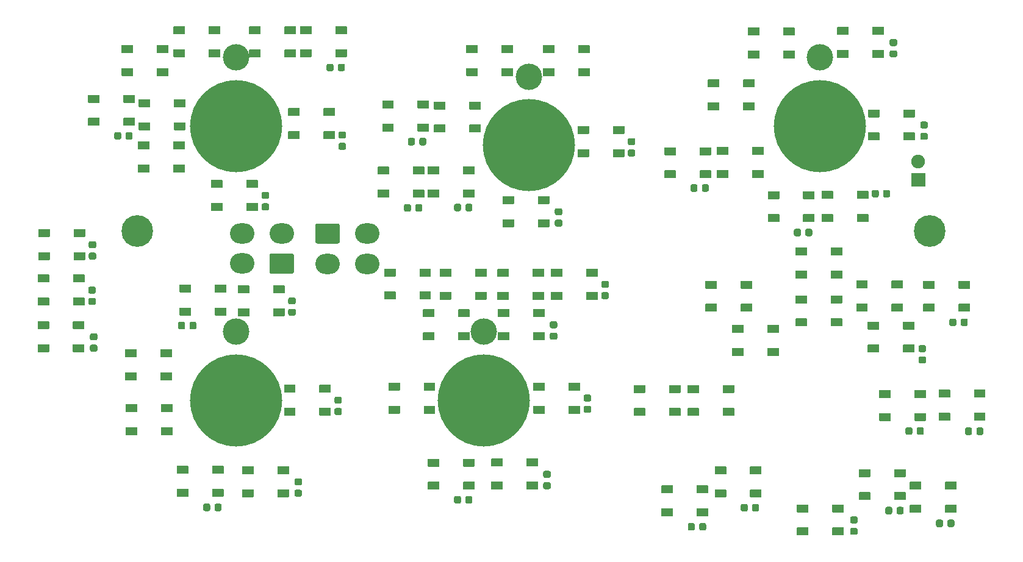
<source format=gbr>
%TF.GenerationSoftware,KiCad,Pcbnew,(5.1.12-1-10_14)*%
%TF.CreationDate,2021-11-27T18:06:18+11:00*%
%TF.ProjectId,SIM CNTL Panel PCB V2,53494d20-434e-4544-9c20-50616e656c20,rev?*%
%TF.SameCoordinates,Original*%
%TF.FileFunction,Soldermask,Top*%
%TF.FilePolarity,Negative*%
%FSLAX46Y46*%
G04 Gerber Fmt 4.6, Leading zero omitted, Abs format (unit mm)*
G04 Created by KiCad (PCBNEW (5.1.12-1-10_14)) date 2021-11-27 18:06:18*
%MOMM*%
%LPD*%
G01*
G04 APERTURE LIST*
%ADD10O,3.400000X2.800000*%
%ADD11C,1.900000*%
%ADD12C,4.400000*%
%ADD13C,12.800000*%
%ADD14C,3.672000*%
G04 APERTURE END LIST*
D10*
%TO.C,J1*%
X110865000Y-83592600D03*
X110865000Y-87792600D03*
X116365000Y-83592600D03*
G36*
G01*
X117805740Y-89192600D02*
X114924260Y-89192600D01*
G75*
G02*
X114665000Y-88933340I0J259260D01*
G01*
X114665000Y-86651860D01*
G75*
G02*
X114924260Y-86392600I259260J0D01*
G01*
X117805740Y-86392600D01*
G75*
G02*
X118065000Y-86651860I0J-259260D01*
G01*
X118065000Y-88933340D01*
G75*
G02*
X117805740Y-89192600I-259260J0D01*
G01*
G37*
%TD*%
%TO.C,J2*%
X128225000Y-87809200D03*
X128225000Y-83609200D03*
X122725000Y-87809200D03*
G36*
G01*
X121284260Y-82209200D02*
X124165740Y-82209200D01*
G75*
G02*
X124425000Y-82468460I0J-259260D01*
G01*
X124425000Y-84749940D01*
G75*
G02*
X124165740Y-85009200I-259260J0D01*
G01*
X121284260Y-85009200D01*
G75*
G02*
X121025000Y-84749940I0J259260D01*
G01*
X121025000Y-82468460D01*
G75*
G02*
X121284260Y-82209200I259260J0D01*
G01*
G37*
%TD*%
%TO.C,C2*%
G36*
G01*
X174682500Y-77571250D02*
X174682500Y-77008750D01*
G75*
G02*
X174926250Y-76765000I243750J0D01*
G01*
X175413750Y-76765000D01*
G75*
G02*
X175657500Y-77008750I0J-243750D01*
G01*
X175657500Y-77571250D01*
G75*
G02*
X175413750Y-77815000I-243750J0D01*
G01*
X174926250Y-77815000D01*
G75*
G02*
X174682500Y-77571250I0J243750D01*
G01*
G37*
G36*
G01*
X173107500Y-77571250D02*
X173107500Y-77008750D01*
G75*
G02*
X173351250Y-76765000I243750J0D01*
G01*
X173838750Y-76765000D01*
G75*
G02*
X174082500Y-77008750I0J-243750D01*
G01*
X174082500Y-77571250D01*
G75*
G02*
X173838750Y-77815000I-243750J0D01*
G01*
X173351250Y-77815000D01*
G75*
G02*
X173107500Y-77571250I0J243750D01*
G01*
G37*
%TD*%
%TO.C,D2*%
G36*
G01*
X94133600Y-58488400D02*
X94133600Y-57488400D01*
G75*
G02*
X94183600Y-57438400I50000J0D01*
G01*
X95683600Y-57438400D01*
G75*
G02*
X95733600Y-57488400I0J-50000D01*
G01*
X95733600Y-58488400D01*
G75*
G02*
X95683600Y-58538400I-50000J0D01*
G01*
X94183600Y-58538400D01*
G75*
G02*
X94133600Y-58488400I0J50000D01*
G01*
G37*
G36*
G01*
X94133600Y-61688400D02*
X94133600Y-60688400D01*
G75*
G02*
X94183600Y-60638400I50000J0D01*
G01*
X95683600Y-60638400D01*
G75*
G02*
X95733600Y-60688400I0J-50000D01*
G01*
X95733600Y-61688400D01*
G75*
G02*
X95683600Y-61738400I-50000J0D01*
G01*
X94183600Y-61738400D01*
G75*
G02*
X94133600Y-61688400I0J50000D01*
G01*
G37*
G36*
G01*
X99033600Y-58488400D02*
X99033600Y-57488400D01*
G75*
G02*
X99083600Y-57438400I50000J0D01*
G01*
X100583600Y-57438400D01*
G75*
G02*
X100633600Y-57488400I0J-50000D01*
G01*
X100633600Y-58488400D01*
G75*
G02*
X100583600Y-58538400I-50000J0D01*
G01*
X99083600Y-58538400D01*
G75*
G02*
X99033600Y-58488400I0J50000D01*
G01*
G37*
G36*
G01*
X99033600Y-61688400D02*
X99033600Y-60688400D01*
G75*
G02*
X99083600Y-60638400I50000J0D01*
G01*
X100583600Y-60638400D01*
G75*
G02*
X100633600Y-60688400I0J-50000D01*
G01*
X100633600Y-61688400D01*
G75*
G02*
X100583600Y-61738400I-50000J0D01*
G01*
X99083600Y-61738400D01*
G75*
G02*
X99033600Y-61688400I0J50000D01*
G01*
G37*
%TD*%
D11*
%TO.C,D1*%
X204725000Y-73625000D03*
G36*
G01*
X205625000Y-77115000D02*
X203825000Y-77115000D01*
G75*
G02*
X203775000Y-77065000I0J50000D01*
G01*
X203775000Y-75265000D01*
G75*
G02*
X203825000Y-75215000I50000J0D01*
G01*
X205625000Y-75215000D01*
G75*
G02*
X205675000Y-75265000I0J-50000D01*
G01*
X205675000Y-77065000D01*
G75*
G02*
X205625000Y-77115000I-50000J0D01*
G01*
G37*
%TD*%
%TO.C,C29*%
G36*
G01*
X204512500Y-111331250D02*
X204512500Y-110768750D01*
G75*
G02*
X204756250Y-110525000I243750J0D01*
G01*
X205243750Y-110525000D01*
G75*
G02*
X205487500Y-110768750I0J-243750D01*
G01*
X205487500Y-111331250D01*
G75*
G02*
X205243750Y-111575000I-243750J0D01*
G01*
X204756250Y-111575000D01*
G75*
G02*
X204512500Y-111331250I0J243750D01*
G01*
G37*
G36*
G01*
X202937500Y-111331250D02*
X202937500Y-110768750D01*
G75*
G02*
X203181250Y-110525000I243750J0D01*
G01*
X203668750Y-110525000D01*
G75*
G02*
X203912500Y-110768750I0J-243750D01*
G01*
X203912500Y-111331250D01*
G75*
G02*
X203668750Y-111575000I-243750J0D01*
G01*
X203181250Y-111575000D01*
G75*
G02*
X202937500Y-111331250I0J243750D01*
G01*
G37*
%TD*%
%TO.C,C18*%
G36*
G01*
X135462500Y-71131250D02*
X135462500Y-70568750D01*
G75*
G02*
X135706250Y-70325000I243750J0D01*
G01*
X136193750Y-70325000D01*
G75*
G02*
X136437500Y-70568750I0J-243750D01*
G01*
X136437500Y-71131250D01*
G75*
G02*
X136193750Y-71375000I-243750J0D01*
G01*
X135706250Y-71375000D01*
G75*
G02*
X135462500Y-71131250I0J243750D01*
G01*
G37*
G36*
G01*
X133887500Y-71131250D02*
X133887500Y-70568750D01*
G75*
G02*
X134131250Y-70325000I243750J0D01*
G01*
X134618750Y-70325000D01*
G75*
G02*
X134862500Y-70568750I0J-243750D01*
G01*
X134862500Y-71131250D01*
G75*
G02*
X134618750Y-71375000I-243750J0D01*
G01*
X134131250Y-71375000D01*
G75*
G02*
X133887500Y-71131250I0J243750D01*
G01*
G37*
%TD*%
%TO.C,C17*%
G36*
G01*
X125051250Y-70417500D02*
X124488750Y-70417500D01*
G75*
G02*
X124245000Y-70173750I0J243750D01*
G01*
X124245000Y-69686250D01*
G75*
G02*
X124488750Y-69442500I243750J0D01*
G01*
X125051250Y-69442500D01*
G75*
G02*
X125295000Y-69686250I0J-243750D01*
G01*
X125295000Y-70173750D01*
G75*
G02*
X125051250Y-70417500I-243750J0D01*
G01*
G37*
G36*
G01*
X125051250Y-71992500D02*
X124488750Y-71992500D01*
G75*
G02*
X124245000Y-71748750I0J243750D01*
G01*
X124245000Y-71261250D01*
G75*
G02*
X124488750Y-71017500I243750J0D01*
G01*
X125051250Y-71017500D01*
G75*
G02*
X125295000Y-71261250I0J-243750D01*
G01*
X125295000Y-71748750D01*
G75*
G02*
X125051250Y-71992500I-243750J0D01*
G01*
G37*
%TD*%
%TO.C,C37*%
G36*
G01*
X164643750Y-71937500D02*
X165206250Y-71937500D01*
G75*
G02*
X165450000Y-72181250I0J-243750D01*
G01*
X165450000Y-72668750D01*
G75*
G02*
X165206250Y-72912500I-243750J0D01*
G01*
X164643750Y-72912500D01*
G75*
G02*
X164400000Y-72668750I0J243750D01*
G01*
X164400000Y-72181250D01*
G75*
G02*
X164643750Y-71937500I243750J0D01*
G01*
G37*
G36*
G01*
X164643750Y-70362500D02*
X165206250Y-70362500D01*
G75*
G02*
X165450000Y-70606250I0J-243750D01*
G01*
X165450000Y-71093750D01*
G75*
G02*
X165206250Y-71337500I-243750J0D01*
G01*
X164643750Y-71337500D01*
G75*
G02*
X164400000Y-71093750I0J243750D01*
G01*
X164400000Y-70606250D01*
G75*
G02*
X164643750Y-70362500I243750J0D01*
G01*
G37*
%TD*%
%TO.C,C36*%
G36*
G01*
X212787500Y-111356250D02*
X212787500Y-110793750D01*
G75*
G02*
X213031250Y-110550000I243750J0D01*
G01*
X213518750Y-110550000D01*
G75*
G02*
X213762500Y-110793750I0J-243750D01*
G01*
X213762500Y-111356250D01*
G75*
G02*
X213518750Y-111600000I-243750J0D01*
G01*
X213031250Y-111600000D01*
G75*
G02*
X212787500Y-111356250I0J243750D01*
G01*
G37*
G36*
G01*
X211212500Y-111356250D02*
X211212500Y-110793750D01*
G75*
G02*
X211456250Y-110550000I243750J0D01*
G01*
X211943750Y-110550000D01*
G75*
G02*
X212187500Y-110793750I0J-243750D01*
G01*
X212187500Y-111356250D01*
G75*
G02*
X211943750Y-111600000I-243750J0D01*
G01*
X211456250Y-111600000D01*
G75*
G02*
X211212500Y-111356250I0J243750D01*
G01*
G37*
%TD*%
%TO.C,C35*%
G36*
G01*
X189037500Y-83756250D02*
X189037500Y-83193750D01*
G75*
G02*
X189281250Y-82950000I243750J0D01*
G01*
X189768750Y-82950000D01*
G75*
G02*
X190012500Y-83193750I0J-243750D01*
G01*
X190012500Y-83756250D01*
G75*
G02*
X189768750Y-84000000I-243750J0D01*
G01*
X189281250Y-84000000D01*
G75*
G02*
X189037500Y-83756250I0J243750D01*
G01*
G37*
G36*
G01*
X187462500Y-83756250D02*
X187462500Y-83193750D01*
G75*
G02*
X187706250Y-82950000I243750J0D01*
G01*
X188193750Y-82950000D01*
G75*
G02*
X188437500Y-83193750I0J-243750D01*
G01*
X188437500Y-83756250D01*
G75*
G02*
X188193750Y-84000000I-243750J0D01*
G01*
X187706250Y-84000000D01*
G75*
G02*
X187462500Y-83756250I0J243750D01*
G01*
G37*
%TD*%
%TO.C,C34*%
G36*
G01*
X208762500Y-124156250D02*
X208762500Y-123593750D01*
G75*
G02*
X209006250Y-123350000I243750J0D01*
G01*
X209493750Y-123350000D01*
G75*
G02*
X209737500Y-123593750I0J-243750D01*
G01*
X209737500Y-124156250D01*
G75*
G02*
X209493750Y-124400000I-243750J0D01*
G01*
X209006250Y-124400000D01*
G75*
G02*
X208762500Y-124156250I0J243750D01*
G01*
G37*
G36*
G01*
X207187500Y-124156250D02*
X207187500Y-123593750D01*
G75*
G02*
X207431250Y-123350000I243750J0D01*
G01*
X207918750Y-123350000D01*
G75*
G02*
X208162500Y-123593750I0J-243750D01*
G01*
X208162500Y-124156250D01*
G75*
G02*
X207918750Y-124400000I-243750J0D01*
G01*
X207431250Y-124400000D01*
G75*
G02*
X207187500Y-124156250I0J243750D01*
G01*
G37*
%TD*%
%TO.C,C33*%
G36*
G01*
X158518750Y-107562500D02*
X159081250Y-107562500D01*
G75*
G02*
X159325000Y-107806250I0J-243750D01*
G01*
X159325000Y-108293750D01*
G75*
G02*
X159081250Y-108537500I-243750J0D01*
G01*
X158518750Y-108537500D01*
G75*
G02*
X158275000Y-108293750I0J243750D01*
G01*
X158275000Y-107806250D01*
G75*
G02*
X158518750Y-107562500I243750J0D01*
G01*
G37*
G36*
G01*
X158518750Y-105987500D02*
X159081250Y-105987500D01*
G75*
G02*
X159325000Y-106231250I0J-243750D01*
G01*
X159325000Y-106718750D01*
G75*
G02*
X159081250Y-106962500I-243750J0D01*
G01*
X158518750Y-106962500D01*
G75*
G02*
X158275000Y-106718750I0J243750D01*
G01*
X158275000Y-106231250D01*
G75*
G02*
X158518750Y-105987500I243750J0D01*
G01*
G37*
%TD*%
%TO.C,C32*%
G36*
G01*
X210612500Y-96231250D02*
X210612500Y-95668750D01*
G75*
G02*
X210856250Y-95425000I243750J0D01*
G01*
X211343750Y-95425000D01*
G75*
G02*
X211587500Y-95668750I0J-243750D01*
G01*
X211587500Y-96231250D01*
G75*
G02*
X211343750Y-96475000I-243750J0D01*
G01*
X210856250Y-96475000D01*
G75*
G02*
X210612500Y-96231250I0J243750D01*
G01*
G37*
G36*
G01*
X209037500Y-96231250D02*
X209037500Y-95668750D01*
G75*
G02*
X209281250Y-95425000I243750J0D01*
G01*
X209768750Y-95425000D01*
G75*
G02*
X210012500Y-95668750I0J-243750D01*
G01*
X210012500Y-96231250D01*
G75*
G02*
X209768750Y-96475000I-243750J0D01*
G01*
X209281250Y-96475000D01*
G75*
G02*
X209037500Y-96231250I0J243750D01*
G01*
G37*
%TD*%
%TO.C,C31*%
G36*
G01*
X201712500Y-122381250D02*
X201712500Y-121818750D01*
G75*
G02*
X201956250Y-121575000I243750J0D01*
G01*
X202443750Y-121575000D01*
G75*
G02*
X202687500Y-121818750I0J-243750D01*
G01*
X202687500Y-122381250D01*
G75*
G02*
X202443750Y-122625000I-243750J0D01*
G01*
X201956250Y-122625000D01*
G75*
G02*
X201712500Y-122381250I0J243750D01*
G01*
G37*
G36*
G01*
X200137500Y-122381250D02*
X200137500Y-121818750D01*
G75*
G02*
X200381250Y-121575000I243750J0D01*
G01*
X200868750Y-121575000D01*
G75*
G02*
X201112500Y-121818750I0J-243750D01*
G01*
X201112500Y-122381250D01*
G75*
G02*
X200868750Y-122625000I-243750J0D01*
G01*
X200381250Y-122625000D01*
G75*
G02*
X200137500Y-122381250I0J243750D01*
G01*
G37*
%TD*%
%TO.C,C30*%
G36*
G01*
X174312500Y-124631250D02*
X174312500Y-124068750D01*
G75*
G02*
X174556250Y-123825000I243750J0D01*
G01*
X175043750Y-123825000D01*
G75*
G02*
X175287500Y-124068750I0J-243750D01*
G01*
X175287500Y-124631250D01*
G75*
G02*
X175043750Y-124875000I-243750J0D01*
G01*
X174556250Y-124875000D01*
G75*
G02*
X174312500Y-124631250I0J243750D01*
G01*
G37*
G36*
G01*
X172737500Y-124631250D02*
X172737500Y-124068750D01*
G75*
G02*
X172981250Y-123825000I243750J0D01*
G01*
X173468750Y-123825000D01*
G75*
G02*
X173712500Y-124068750I0J-243750D01*
G01*
X173712500Y-124631250D01*
G75*
G02*
X173468750Y-124875000I-243750J0D01*
G01*
X172981250Y-124875000D01*
G75*
G02*
X172737500Y-124631250I0J243750D01*
G01*
G37*
%TD*%
%TO.C,C28*%
G36*
G01*
X107050000Y-121931250D02*
X107050000Y-121368750D01*
G75*
G02*
X107293750Y-121125000I243750J0D01*
G01*
X107781250Y-121125000D01*
G75*
G02*
X108025000Y-121368750I0J-243750D01*
G01*
X108025000Y-121931250D01*
G75*
G02*
X107781250Y-122175000I-243750J0D01*
G01*
X107293750Y-122175000D01*
G75*
G02*
X107050000Y-121931250I0J243750D01*
G01*
G37*
G36*
G01*
X105475000Y-121931250D02*
X105475000Y-121368750D01*
G75*
G02*
X105718750Y-121125000I243750J0D01*
G01*
X106206250Y-121125000D01*
G75*
G02*
X106450000Y-121368750I0J-243750D01*
G01*
X106450000Y-121931250D01*
G75*
G02*
X106206250Y-122175000I-243750J0D01*
G01*
X105718750Y-122175000D01*
G75*
G02*
X105475000Y-121931250I0J243750D01*
G01*
G37*
%TD*%
%TO.C,C27*%
G36*
G01*
X141862500Y-120881250D02*
X141862500Y-120318750D01*
G75*
G02*
X142106250Y-120075000I243750J0D01*
G01*
X142593750Y-120075000D01*
G75*
G02*
X142837500Y-120318750I0J-243750D01*
G01*
X142837500Y-120881250D01*
G75*
G02*
X142593750Y-121125000I-243750J0D01*
G01*
X142106250Y-121125000D01*
G75*
G02*
X141862500Y-120881250I0J243750D01*
G01*
G37*
G36*
G01*
X140287500Y-120881250D02*
X140287500Y-120318750D01*
G75*
G02*
X140531250Y-120075000I243750J0D01*
G01*
X141018750Y-120075000D01*
G75*
G02*
X141262500Y-120318750I0J-243750D01*
G01*
X141262500Y-120881250D01*
G75*
G02*
X141018750Y-121125000I-243750J0D01*
G01*
X140531250Y-121125000D01*
G75*
G02*
X140287500Y-120881250I0J243750D01*
G01*
G37*
%TD*%
%TO.C,C26*%
G36*
G01*
X181662500Y-121981250D02*
X181662500Y-121418750D01*
G75*
G02*
X181906250Y-121175000I243750J0D01*
G01*
X182393750Y-121175000D01*
G75*
G02*
X182637500Y-121418750I0J-243750D01*
G01*
X182637500Y-121981250D01*
G75*
G02*
X182393750Y-122225000I-243750J0D01*
G01*
X181906250Y-122225000D01*
G75*
G02*
X181662500Y-121981250I0J243750D01*
G01*
G37*
G36*
G01*
X180087500Y-121981250D02*
X180087500Y-121418750D01*
G75*
G02*
X180331250Y-121175000I243750J0D01*
G01*
X180818750Y-121175000D01*
G75*
G02*
X181062500Y-121418750I0J-243750D01*
G01*
X181062500Y-121981250D01*
G75*
G02*
X180818750Y-122225000I-243750J0D01*
G01*
X180331250Y-122225000D01*
G75*
G02*
X180087500Y-121981250I0J243750D01*
G01*
G37*
%TD*%
%TO.C,C25*%
G36*
G01*
X103562500Y-96681250D02*
X103562500Y-96118750D01*
G75*
G02*
X103806250Y-95875000I243750J0D01*
G01*
X104293750Y-95875000D01*
G75*
G02*
X104537500Y-96118750I0J-243750D01*
G01*
X104537500Y-96681250D01*
G75*
G02*
X104293750Y-96925000I-243750J0D01*
G01*
X103806250Y-96925000D01*
G75*
G02*
X103562500Y-96681250I0J243750D01*
G01*
G37*
G36*
G01*
X101987500Y-96681250D02*
X101987500Y-96118750D01*
G75*
G02*
X102231250Y-95875000I243750J0D01*
G01*
X102718750Y-95875000D01*
G75*
G02*
X102962500Y-96118750I0J-243750D01*
G01*
X102962500Y-96681250D01*
G75*
G02*
X102718750Y-96925000I-243750J0D01*
G01*
X102231250Y-96925000D01*
G75*
G02*
X101987500Y-96681250I0J243750D01*
G01*
G37*
%TD*%
%TO.C,C24*%
G36*
G01*
X160968750Y-91762500D02*
X161531250Y-91762500D01*
G75*
G02*
X161775000Y-92006250I0J-243750D01*
G01*
X161775000Y-92493750D01*
G75*
G02*
X161531250Y-92737500I-243750J0D01*
G01*
X160968750Y-92737500D01*
G75*
G02*
X160725000Y-92493750I0J243750D01*
G01*
X160725000Y-92006250D01*
G75*
G02*
X160968750Y-91762500I243750J0D01*
G01*
G37*
G36*
G01*
X160968750Y-90187500D02*
X161531250Y-90187500D01*
G75*
G02*
X161775000Y-90431250I0J-243750D01*
G01*
X161775000Y-90918750D01*
G75*
G02*
X161531250Y-91162500I-243750J0D01*
G01*
X160968750Y-91162500D01*
G75*
G02*
X160725000Y-90918750I0J243750D01*
G01*
X160725000Y-90431250D01*
G75*
G02*
X160968750Y-90187500I243750J0D01*
G01*
G37*
%TD*%
%TO.C,C23*%
G36*
G01*
X117518750Y-94062500D02*
X118081250Y-94062500D01*
G75*
G02*
X118325000Y-94306250I0J-243750D01*
G01*
X118325000Y-94793750D01*
G75*
G02*
X118081250Y-95037500I-243750J0D01*
G01*
X117518750Y-95037500D01*
G75*
G02*
X117275000Y-94793750I0J243750D01*
G01*
X117275000Y-94306250D01*
G75*
G02*
X117518750Y-94062500I243750J0D01*
G01*
G37*
G36*
G01*
X117518750Y-92487500D02*
X118081250Y-92487500D01*
G75*
G02*
X118325000Y-92731250I0J-243750D01*
G01*
X118325000Y-93218750D01*
G75*
G02*
X118081250Y-93462500I-243750J0D01*
G01*
X117518750Y-93462500D01*
G75*
G02*
X117275000Y-93218750I0J243750D01*
G01*
X117275000Y-92731250D01*
G75*
G02*
X117518750Y-92487500I243750J0D01*
G01*
G37*
%TD*%
%TO.C,C22*%
G36*
G01*
X123918750Y-107850000D02*
X124481250Y-107850000D01*
G75*
G02*
X124725000Y-108093750I0J-243750D01*
G01*
X124725000Y-108581250D01*
G75*
G02*
X124481250Y-108825000I-243750J0D01*
G01*
X123918750Y-108825000D01*
G75*
G02*
X123675000Y-108581250I0J243750D01*
G01*
X123675000Y-108093750D01*
G75*
G02*
X123918750Y-107850000I243750J0D01*
G01*
G37*
G36*
G01*
X123918750Y-106275000D02*
X124481250Y-106275000D01*
G75*
G02*
X124725000Y-106518750I0J-243750D01*
G01*
X124725000Y-107006250D01*
G75*
G02*
X124481250Y-107250000I-243750J0D01*
G01*
X123918750Y-107250000D01*
G75*
G02*
X123675000Y-107006250I0J243750D01*
G01*
X123675000Y-106518750D01*
G75*
G02*
X123918750Y-106275000I243750J0D01*
G01*
G37*
%TD*%
%TO.C,C21*%
G36*
G01*
X134912500Y-80331250D02*
X134912500Y-79768750D01*
G75*
G02*
X135156250Y-79525000I243750J0D01*
G01*
X135643750Y-79525000D01*
G75*
G02*
X135887500Y-79768750I0J-243750D01*
G01*
X135887500Y-80331250D01*
G75*
G02*
X135643750Y-80575000I-243750J0D01*
G01*
X135156250Y-80575000D01*
G75*
G02*
X134912500Y-80331250I0J243750D01*
G01*
G37*
G36*
G01*
X133337500Y-80331250D02*
X133337500Y-79768750D01*
G75*
G02*
X133581250Y-79525000I243750J0D01*
G01*
X134068750Y-79525000D01*
G75*
G02*
X134312500Y-79768750I0J-243750D01*
G01*
X134312500Y-80331250D01*
G75*
G02*
X134068750Y-80575000I-243750J0D01*
G01*
X133581250Y-80575000D01*
G75*
G02*
X133337500Y-80331250I0J243750D01*
G01*
G37*
%TD*%
%TO.C,C20*%
G36*
G01*
X124162500Y-60831250D02*
X124162500Y-60268750D01*
G75*
G02*
X124406250Y-60025000I243750J0D01*
G01*
X124893750Y-60025000D01*
G75*
G02*
X125137500Y-60268750I0J-243750D01*
G01*
X125137500Y-60831250D01*
G75*
G02*
X124893750Y-61075000I-243750J0D01*
G01*
X124406250Y-61075000D01*
G75*
G02*
X124162500Y-60831250I0J243750D01*
G01*
G37*
G36*
G01*
X122587500Y-60831250D02*
X122587500Y-60268750D01*
G75*
G02*
X122831250Y-60025000I243750J0D01*
G01*
X123318750Y-60025000D01*
G75*
G02*
X123562500Y-60268750I0J-243750D01*
G01*
X123562500Y-60831250D01*
G75*
G02*
X123318750Y-61075000I-243750J0D01*
G01*
X122831250Y-61075000D01*
G75*
G02*
X122587500Y-60831250I0J243750D01*
G01*
G37*
%TD*%
%TO.C,C19*%
G36*
G01*
X141862500Y-80281250D02*
X141862500Y-79718750D01*
G75*
G02*
X142106250Y-79475000I243750J0D01*
G01*
X142593750Y-79475000D01*
G75*
G02*
X142837500Y-79718750I0J-243750D01*
G01*
X142837500Y-80281250D01*
G75*
G02*
X142593750Y-80525000I-243750J0D01*
G01*
X142106250Y-80525000D01*
G75*
G02*
X141862500Y-80281250I0J243750D01*
G01*
G37*
G36*
G01*
X140287500Y-80281250D02*
X140287500Y-79718750D01*
G75*
G02*
X140531250Y-79475000I243750J0D01*
G01*
X141018750Y-79475000D01*
G75*
G02*
X141262500Y-79718750I0J-243750D01*
G01*
X141262500Y-80281250D01*
G75*
G02*
X141018750Y-80525000I-243750J0D01*
G01*
X140531250Y-80525000D01*
G75*
G02*
X140287500Y-80281250I0J243750D01*
G01*
G37*
%TD*%
%TO.C,C16*%
G36*
G01*
X89818750Y-86262500D02*
X90381250Y-86262500D01*
G75*
G02*
X90625000Y-86506250I0J-243750D01*
G01*
X90625000Y-86993750D01*
G75*
G02*
X90381250Y-87237500I-243750J0D01*
G01*
X89818750Y-87237500D01*
G75*
G02*
X89575000Y-86993750I0J243750D01*
G01*
X89575000Y-86506250D01*
G75*
G02*
X89818750Y-86262500I243750J0D01*
G01*
G37*
G36*
G01*
X89818750Y-84687500D02*
X90381250Y-84687500D01*
G75*
G02*
X90625000Y-84931250I0J-243750D01*
G01*
X90625000Y-85418750D01*
G75*
G02*
X90381250Y-85662500I-243750J0D01*
G01*
X89818750Y-85662500D01*
G75*
G02*
X89575000Y-85418750I0J243750D01*
G01*
X89575000Y-84931250D01*
G75*
G02*
X89818750Y-84687500I243750J0D01*
G01*
G37*
%TD*%
%TO.C,C15*%
G36*
G01*
X113818750Y-79412500D02*
X114381250Y-79412500D01*
G75*
G02*
X114625000Y-79656250I0J-243750D01*
G01*
X114625000Y-80143750D01*
G75*
G02*
X114381250Y-80387500I-243750J0D01*
G01*
X113818750Y-80387500D01*
G75*
G02*
X113575000Y-80143750I0J243750D01*
G01*
X113575000Y-79656250D01*
G75*
G02*
X113818750Y-79412500I243750J0D01*
G01*
G37*
G36*
G01*
X113818750Y-77837500D02*
X114381250Y-77837500D01*
G75*
G02*
X114625000Y-78081250I0J-243750D01*
G01*
X114625000Y-78568750D01*
G75*
G02*
X114381250Y-78812500I-243750J0D01*
G01*
X113818750Y-78812500D01*
G75*
G02*
X113575000Y-78568750I0J243750D01*
G01*
X113575000Y-78081250D01*
G75*
G02*
X113818750Y-77837500I243750J0D01*
G01*
G37*
%TD*%
%TO.C,C14*%
G36*
G01*
X89768750Y-92562500D02*
X90331250Y-92562500D01*
G75*
G02*
X90575000Y-92806250I0J-243750D01*
G01*
X90575000Y-93293750D01*
G75*
G02*
X90331250Y-93537500I-243750J0D01*
G01*
X89768750Y-93537500D01*
G75*
G02*
X89525000Y-93293750I0J243750D01*
G01*
X89525000Y-92806250D01*
G75*
G02*
X89768750Y-92562500I243750J0D01*
G01*
G37*
G36*
G01*
X89768750Y-90987500D02*
X90331250Y-90987500D01*
G75*
G02*
X90575000Y-91231250I0J-243750D01*
G01*
X90575000Y-91718750D01*
G75*
G02*
X90331250Y-91962500I-243750J0D01*
G01*
X89768750Y-91962500D01*
G75*
G02*
X89525000Y-91718750I0J243750D01*
G01*
X89525000Y-91231250D01*
G75*
G02*
X89768750Y-90987500I243750J0D01*
G01*
G37*
%TD*%
D12*
%TO.C,7*%
X96280995Y-83275097D03*
%TD*%
%TO.C,6*%
X206262994Y-83275097D03*
%TD*%
D13*
%TO.C,5*%
X144436009Y-106770097D03*
X144436009Y-106770097D03*
D14*
X144436009Y-97245097D03*
%TD*%
D13*
%TO.C,4*%
X109996995Y-106770097D03*
X109996995Y-106770097D03*
D14*
X109996995Y-97245097D03*
%TD*%
D13*
%TO.C,3*%
X191022995Y-68670097D03*
X191022995Y-68670097D03*
D14*
X191022995Y-59145097D03*
%TD*%
D13*
%TO.C,2*%
X150636995Y-71337097D03*
X150636995Y-71337097D03*
D14*
X150636995Y-61812097D03*
%TD*%
D13*
%TO.C,1*%
X109996995Y-68670097D03*
X109996995Y-68670097D03*
D14*
X109996995Y-59145097D03*
%TD*%
%TO.C,R1*%
G36*
G01*
X199242000Y-77798350D02*
X199242000Y-78360850D01*
G75*
G02*
X198998250Y-78604600I-243750J0D01*
G01*
X198510750Y-78604600D01*
G75*
G02*
X198267000Y-78360850I0J243750D01*
G01*
X198267000Y-77798350D01*
G75*
G02*
X198510750Y-77554600I243750J0D01*
G01*
X198998250Y-77554600D01*
G75*
G02*
X199242000Y-77798350I0J-243750D01*
G01*
G37*
G36*
G01*
X200817000Y-77798350D02*
X200817000Y-78360850D01*
G75*
G02*
X200573250Y-78604600I-243750J0D01*
G01*
X200085750Y-78604600D01*
G75*
G02*
X199842000Y-78360850I0J243750D01*
G01*
X199842000Y-77798350D01*
G75*
G02*
X200085750Y-77554600I243750J0D01*
G01*
X200573250Y-77554600D01*
G75*
G02*
X200817000Y-77798350I0J-243750D01*
G01*
G37*
%TD*%
%TO.C,C13*%
G36*
G01*
X195501750Y-124491000D02*
X196064250Y-124491000D01*
G75*
G02*
X196308000Y-124734750I0J-243750D01*
G01*
X196308000Y-125222250D01*
G75*
G02*
X196064250Y-125466000I-243750J0D01*
G01*
X195501750Y-125466000D01*
G75*
G02*
X195258000Y-125222250I0J243750D01*
G01*
X195258000Y-124734750D01*
G75*
G02*
X195501750Y-124491000I243750J0D01*
G01*
G37*
G36*
G01*
X195501750Y-122916000D02*
X196064250Y-122916000D01*
G75*
G02*
X196308000Y-123159750I0J-243750D01*
G01*
X196308000Y-123647250D01*
G75*
G02*
X196064250Y-123891000I-243750J0D01*
G01*
X195501750Y-123891000D01*
G75*
G02*
X195258000Y-123647250I0J243750D01*
G01*
X195258000Y-123159750D01*
G75*
G02*
X195501750Y-122916000I243750J0D01*
G01*
G37*
%TD*%
%TO.C,C12*%
G36*
G01*
X205556250Y-100087500D02*
X204993750Y-100087500D01*
G75*
G02*
X204750000Y-99843750I0J243750D01*
G01*
X204750000Y-99356250D01*
G75*
G02*
X204993750Y-99112500I243750J0D01*
G01*
X205556250Y-99112500D01*
G75*
G02*
X205800000Y-99356250I0J-243750D01*
G01*
X205800000Y-99843750D01*
G75*
G02*
X205556250Y-100087500I-243750J0D01*
G01*
G37*
G36*
G01*
X205556250Y-101662500D02*
X204993750Y-101662500D01*
G75*
G02*
X204750000Y-101418750I0J243750D01*
G01*
X204750000Y-100931250D01*
G75*
G02*
X204993750Y-100687500I243750J0D01*
G01*
X205556250Y-100687500D01*
G75*
G02*
X205800000Y-100931250I0J-243750D01*
G01*
X205800000Y-101418750D01*
G75*
G02*
X205556250Y-101662500I-243750J0D01*
G01*
G37*
%TD*%
%TO.C,C11*%
G36*
G01*
X200985750Y-58176300D02*
X201548250Y-58176300D01*
G75*
G02*
X201792000Y-58420050I0J-243750D01*
G01*
X201792000Y-58907550D01*
G75*
G02*
X201548250Y-59151300I-243750J0D01*
G01*
X200985750Y-59151300D01*
G75*
G02*
X200742000Y-58907550I0J243750D01*
G01*
X200742000Y-58420050D01*
G75*
G02*
X200985750Y-58176300I243750J0D01*
G01*
G37*
G36*
G01*
X200985750Y-56601300D02*
X201548250Y-56601300D01*
G75*
G02*
X201792000Y-56845050I0J-243750D01*
G01*
X201792000Y-57332550D01*
G75*
G02*
X201548250Y-57576300I-243750J0D01*
G01*
X200985750Y-57576300D01*
G75*
G02*
X200742000Y-57332550I0J243750D01*
G01*
X200742000Y-56845050D01*
G75*
G02*
X200985750Y-56601300I243750J0D01*
G01*
G37*
%TD*%
%TO.C,C10*%
G36*
G01*
X205237750Y-69629200D02*
X205800250Y-69629200D01*
G75*
G02*
X206044000Y-69872950I0J-243750D01*
G01*
X206044000Y-70360450D01*
G75*
G02*
X205800250Y-70604200I-243750J0D01*
G01*
X205237750Y-70604200D01*
G75*
G02*
X204994000Y-70360450I0J243750D01*
G01*
X204994000Y-69872950D01*
G75*
G02*
X205237750Y-69629200I243750J0D01*
G01*
G37*
G36*
G01*
X205237750Y-68054200D02*
X205800250Y-68054200D01*
G75*
G02*
X206044000Y-68297950I0J-243750D01*
G01*
X206044000Y-68785450D01*
G75*
G02*
X205800250Y-69029200I-243750J0D01*
G01*
X205237750Y-69029200D01*
G75*
G02*
X204994000Y-68785450I0J243750D01*
G01*
X204994000Y-68297950D01*
G75*
G02*
X205237750Y-68054200I243750J0D01*
G01*
G37*
%TD*%
%TO.C,C9*%
G36*
G01*
X154513750Y-81679000D02*
X155076250Y-81679000D01*
G75*
G02*
X155320000Y-81922750I0J-243750D01*
G01*
X155320000Y-82410250D01*
G75*
G02*
X155076250Y-82654000I-243750J0D01*
G01*
X154513750Y-82654000D01*
G75*
G02*
X154270000Y-82410250I0J243750D01*
G01*
X154270000Y-81922750D01*
G75*
G02*
X154513750Y-81679000I243750J0D01*
G01*
G37*
G36*
G01*
X154513750Y-80104000D02*
X155076250Y-80104000D01*
G75*
G02*
X155320000Y-80347750I0J-243750D01*
G01*
X155320000Y-80835250D01*
G75*
G02*
X155076250Y-81079000I-243750J0D01*
G01*
X154513750Y-81079000D01*
G75*
G02*
X154270000Y-80835250I0J243750D01*
G01*
X154270000Y-80347750D01*
G75*
G02*
X154513750Y-80104000I243750J0D01*
G01*
G37*
%TD*%
%TO.C,C8*%
G36*
G01*
X153822750Y-97384000D02*
X154385250Y-97384000D01*
G75*
G02*
X154629000Y-97627750I0J-243750D01*
G01*
X154629000Y-98115250D01*
G75*
G02*
X154385250Y-98359000I-243750J0D01*
G01*
X153822750Y-98359000D01*
G75*
G02*
X153579000Y-98115250I0J243750D01*
G01*
X153579000Y-97627750D01*
G75*
G02*
X153822750Y-97384000I243750J0D01*
G01*
G37*
G36*
G01*
X153822750Y-95809000D02*
X154385250Y-95809000D01*
G75*
G02*
X154629000Y-96052750I0J-243750D01*
G01*
X154629000Y-96540250D01*
G75*
G02*
X154385250Y-96784000I-243750J0D01*
G01*
X153822750Y-96784000D01*
G75*
G02*
X153579000Y-96540250I0J243750D01*
G01*
X153579000Y-96052750D01*
G75*
G02*
X153822750Y-95809000I243750J0D01*
G01*
G37*
%TD*%
%TO.C,C7*%
G36*
G01*
X152908750Y-118148000D02*
X153471250Y-118148000D01*
G75*
G02*
X153715000Y-118391750I0J-243750D01*
G01*
X153715000Y-118879250D01*
G75*
G02*
X153471250Y-119123000I-243750J0D01*
G01*
X152908750Y-119123000D01*
G75*
G02*
X152665000Y-118879250I0J243750D01*
G01*
X152665000Y-118391750D01*
G75*
G02*
X152908750Y-118148000I243750J0D01*
G01*
G37*
G36*
G01*
X152908750Y-116573000D02*
X153471250Y-116573000D01*
G75*
G02*
X153715000Y-116816750I0J-243750D01*
G01*
X153715000Y-117304250D01*
G75*
G02*
X153471250Y-117548000I-243750J0D01*
G01*
X152908750Y-117548000D01*
G75*
G02*
X152665000Y-117304250I0J243750D01*
G01*
X152665000Y-116816750D01*
G75*
G02*
X152908750Y-116573000I243750J0D01*
G01*
G37*
%TD*%
%TO.C,C6*%
G36*
G01*
X118374750Y-119195000D02*
X118937250Y-119195000D01*
G75*
G02*
X119181000Y-119438750I0J-243750D01*
G01*
X119181000Y-119926250D01*
G75*
G02*
X118937250Y-120170000I-243750J0D01*
G01*
X118374750Y-120170000D01*
G75*
G02*
X118131000Y-119926250I0J243750D01*
G01*
X118131000Y-119438750D01*
G75*
G02*
X118374750Y-119195000I243750J0D01*
G01*
G37*
G36*
G01*
X118374750Y-117620000D02*
X118937250Y-117620000D01*
G75*
G02*
X119181000Y-117863750I0J-243750D01*
G01*
X119181000Y-118351250D01*
G75*
G02*
X118937250Y-118595000I-243750J0D01*
G01*
X118374750Y-118595000D01*
G75*
G02*
X118131000Y-118351250I0J243750D01*
G01*
X118131000Y-117863750D01*
G75*
G02*
X118374750Y-117620000I243750J0D01*
G01*
G37*
%TD*%
%TO.C,C5*%
G36*
G01*
X89997950Y-99050100D02*
X90560450Y-99050100D01*
G75*
G02*
X90804200Y-99293850I0J-243750D01*
G01*
X90804200Y-99781350D01*
G75*
G02*
X90560450Y-100025100I-243750J0D01*
G01*
X89997950Y-100025100D01*
G75*
G02*
X89754200Y-99781350I0J243750D01*
G01*
X89754200Y-99293850D01*
G75*
G02*
X89997950Y-99050100I243750J0D01*
G01*
G37*
G36*
G01*
X89997950Y-97475100D02*
X90560450Y-97475100D01*
G75*
G02*
X90804200Y-97718850I0J-243750D01*
G01*
X90804200Y-98206350D01*
G75*
G02*
X90560450Y-98450100I-243750J0D01*
G01*
X89997950Y-98450100D01*
G75*
G02*
X89754200Y-98206350I0J243750D01*
G01*
X89754200Y-97718850D01*
G75*
G02*
X89997950Y-97475100I243750J0D01*
G01*
G37*
%TD*%
%TO.C,C3*%
G36*
G01*
X94700000Y-70331250D02*
X94700000Y-69768750D01*
G75*
G02*
X94943750Y-69525000I243750J0D01*
G01*
X95431250Y-69525000D01*
G75*
G02*
X95675000Y-69768750I0J-243750D01*
G01*
X95675000Y-70331250D01*
G75*
G02*
X95431250Y-70575000I-243750J0D01*
G01*
X94943750Y-70575000D01*
G75*
G02*
X94700000Y-70331250I0J243750D01*
G01*
G37*
G36*
G01*
X93125000Y-70331250D02*
X93125000Y-69768750D01*
G75*
G02*
X93368750Y-69525000I243750J0D01*
G01*
X93856250Y-69525000D01*
G75*
G02*
X94100000Y-69768750I0J-243750D01*
G01*
X94100000Y-70331250D01*
G75*
G02*
X93856250Y-70575000I-243750J0D01*
G01*
X93368750Y-70575000D01*
G75*
G02*
X93125000Y-70331250I0J243750D01*
G01*
G37*
%TD*%
%TO.C,D62*%
G36*
G01*
X135967000Y-95191400D02*
X135967000Y-94191400D01*
G75*
G02*
X136017000Y-94141400I50000J0D01*
G01*
X137517000Y-94141400D01*
G75*
G02*
X137567000Y-94191400I0J-50000D01*
G01*
X137567000Y-95191400D01*
G75*
G02*
X137517000Y-95241400I-50000J0D01*
G01*
X136017000Y-95241400D01*
G75*
G02*
X135967000Y-95191400I0J50000D01*
G01*
G37*
G36*
G01*
X135967000Y-98391400D02*
X135967000Y-97391400D01*
G75*
G02*
X136017000Y-97341400I50000J0D01*
G01*
X137517000Y-97341400D01*
G75*
G02*
X137567000Y-97391400I0J-50000D01*
G01*
X137567000Y-98391400D01*
G75*
G02*
X137517000Y-98441400I-50000J0D01*
G01*
X136017000Y-98441400D01*
G75*
G02*
X135967000Y-98391400I0J50000D01*
G01*
G37*
G36*
G01*
X140867000Y-95191400D02*
X140867000Y-94191400D01*
G75*
G02*
X140917000Y-94141400I50000J0D01*
G01*
X142417000Y-94141400D01*
G75*
G02*
X142467000Y-94191400I0J-50000D01*
G01*
X142467000Y-95191400D01*
G75*
G02*
X142417000Y-95241400I-50000J0D01*
G01*
X140917000Y-95241400D01*
G75*
G02*
X140867000Y-95191400I0J50000D01*
G01*
G37*
G36*
G01*
X140867000Y-98391400D02*
X140867000Y-97391400D01*
G75*
G02*
X140917000Y-97341400I50000J0D01*
G01*
X142417000Y-97341400D01*
G75*
G02*
X142467000Y-97391400I0J-50000D01*
G01*
X142467000Y-98391400D01*
G75*
G02*
X142417000Y-98441400I-50000J0D01*
G01*
X140917000Y-98441400D01*
G75*
G02*
X140867000Y-98391400I0J50000D01*
G01*
G37*
%TD*%
%TO.C,D61*%
G36*
G01*
X131181000Y-105377000D02*
X131181000Y-104377000D01*
G75*
G02*
X131231000Y-104327000I50000J0D01*
G01*
X132731000Y-104327000D01*
G75*
G02*
X132781000Y-104377000I0J-50000D01*
G01*
X132781000Y-105377000D01*
G75*
G02*
X132731000Y-105427000I-50000J0D01*
G01*
X131231000Y-105427000D01*
G75*
G02*
X131181000Y-105377000I0J50000D01*
G01*
G37*
G36*
G01*
X131181000Y-108577000D02*
X131181000Y-107577000D01*
G75*
G02*
X131231000Y-107527000I50000J0D01*
G01*
X132731000Y-107527000D01*
G75*
G02*
X132781000Y-107577000I0J-50000D01*
G01*
X132781000Y-108577000D01*
G75*
G02*
X132731000Y-108627000I-50000J0D01*
G01*
X131231000Y-108627000D01*
G75*
G02*
X131181000Y-108577000I0J50000D01*
G01*
G37*
G36*
G01*
X136081000Y-105377000D02*
X136081000Y-104377000D01*
G75*
G02*
X136131000Y-104327000I50000J0D01*
G01*
X137631000Y-104327000D01*
G75*
G02*
X137681000Y-104377000I0J-50000D01*
G01*
X137681000Y-105377000D01*
G75*
G02*
X137631000Y-105427000I-50000J0D01*
G01*
X136131000Y-105427000D01*
G75*
G02*
X136081000Y-105377000I0J50000D01*
G01*
G37*
G36*
G01*
X136081000Y-108577000D02*
X136081000Y-107577000D01*
G75*
G02*
X136131000Y-107527000I50000J0D01*
G01*
X137631000Y-107527000D01*
G75*
G02*
X137681000Y-107577000I0J-50000D01*
G01*
X137681000Y-108577000D01*
G75*
G02*
X137631000Y-108627000I-50000J0D01*
G01*
X136131000Y-108627000D01*
G75*
G02*
X136081000Y-108577000I0J50000D01*
G01*
G37*
%TD*%
%TO.C,D60*%
G36*
G01*
X136642000Y-115943000D02*
X136642000Y-114943000D01*
G75*
G02*
X136692000Y-114893000I50000J0D01*
G01*
X138192000Y-114893000D01*
G75*
G02*
X138242000Y-114943000I0J-50000D01*
G01*
X138242000Y-115943000D01*
G75*
G02*
X138192000Y-115993000I-50000J0D01*
G01*
X136692000Y-115993000D01*
G75*
G02*
X136642000Y-115943000I0J50000D01*
G01*
G37*
G36*
G01*
X136642000Y-119143000D02*
X136642000Y-118143000D01*
G75*
G02*
X136692000Y-118093000I50000J0D01*
G01*
X138192000Y-118093000D01*
G75*
G02*
X138242000Y-118143000I0J-50000D01*
G01*
X138242000Y-119143000D01*
G75*
G02*
X138192000Y-119193000I-50000J0D01*
G01*
X136692000Y-119193000D01*
G75*
G02*
X136642000Y-119143000I0J50000D01*
G01*
G37*
G36*
G01*
X141542000Y-115943000D02*
X141542000Y-114943000D01*
G75*
G02*
X141592000Y-114893000I50000J0D01*
G01*
X143092000Y-114893000D01*
G75*
G02*
X143142000Y-114943000I0J-50000D01*
G01*
X143142000Y-115943000D01*
G75*
G02*
X143092000Y-115993000I-50000J0D01*
G01*
X141592000Y-115993000D01*
G75*
G02*
X141542000Y-115943000I0J50000D01*
G01*
G37*
G36*
G01*
X141542000Y-119143000D02*
X141542000Y-118143000D01*
G75*
G02*
X141592000Y-118093000I50000J0D01*
G01*
X143092000Y-118093000D01*
G75*
G02*
X143142000Y-118143000I0J-50000D01*
G01*
X143142000Y-119143000D01*
G75*
G02*
X143092000Y-119193000I-50000J0D01*
G01*
X141592000Y-119193000D01*
G75*
G02*
X141542000Y-119143000I0J50000D01*
G01*
G37*
%TD*%
%TO.C,D59*%
G36*
G01*
X145442000Y-115918000D02*
X145442000Y-114918000D01*
G75*
G02*
X145492000Y-114868000I50000J0D01*
G01*
X146992000Y-114868000D01*
G75*
G02*
X147042000Y-114918000I0J-50000D01*
G01*
X147042000Y-115918000D01*
G75*
G02*
X146992000Y-115968000I-50000J0D01*
G01*
X145492000Y-115968000D01*
G75*
G02*
X145442000Y-115918000I0J50000D01*
G01*
G37*
G36*
G01*
X145442000Y-119118000D02*
X145442000Y-118118000D01*
G75*
G02*
X145492000Y-118068000I50000J0D01*
G01*
X146992000Y-118068000D01*
G75*
G02*
X147042000Y-118118000I0J-50000D01*
G01*
X147042000Y-119118000D01*
G75*
G02*
X146992000Y-119168000I-50000J0D01*
G01*
X145492000Y-119168000D01*
G75*
G02*
X145442000Y-119118000I0J50000D01*
G01*
G37*
G36*
G01*
X150342000Y-115918000D02*
X150342000Y-114918000D01*
G75*
G02*
X150392000Y-114868000I50000J0D01*
G01*
X151892000Y-114868000D01*
G75*
G02*
X151942000Y-114918000I0J-50000D01*
G01*
X151942000Y-115918000D01*
G75*
G02*
X151892000Y-115968000I-50000J0D01*
G01*
X150392000Y-115968000D01*
G75*
G02*
X150342000Y-115918000I0J50000D01*
G01*
G37*
G36*
G01*
X150342000Y-119118000D02*
X150342000Y-118118000D01*
G75*
G02*
X150392000Y-118068000I50000J0D01*
G01*
X151892000Y-118068000D01*
G75*
G02*
X151942000Y-118118000I0J-50000D01*
G01*
X151942000Y-119118000D01*
G75*
G02*
X151892000Y-119168000I-50000J0D01*
G01*
X150392000Y-119168000D01*
G75*
G02*
X150342000Y-119118000I0J50000D01*
G01*
G37*
%TD*%
%TO.C,D58*%
G36*
G01*
X151297000Y-105402000D02*
X151297000Y-104402000D01*
G75*
G02*
X151347000Y-104352000I50000J0D01*
G01*
X152847000Y-104352000D01*
G75*
G02*
X152897000Y-104402000I0J-50000D01*
G01*
X152897000Y-105402000D01*
G75*
G02*
X152847000Y-105452000I-50000J0D01*
G01*
X151347000Y-105452000D01*
G75*
G02*
X151297000Y-105402000I0J50000D01*
G01*
G37*
G36*
G01*
X151297000Y-108602000D02*
X151297000Y-107602000D01*
G75*
G02*
X151347000Y-107552000I50000J0D01*
G01*
X152847000Y-107552000D01*
G75*
G02*
X152897000Y-107602000I0J-50000D01*
G01*
X152897000Y-108602000D01*
G75*
G02*
X152847000Y-108652000I-50000J0D01*
G01*
X151347000Y-108652000D01*
G75*
G02*
X151297000Y-108602000I0J50000D01*
G01*
G37*
G36*
G01*
X156197000Y-105402000D02*
X156197000Y-104402000D01*
G75*
G02*
X156247000Y-104352000I50000J0D01*
G01*
X157747000Y-104352000D01*
G75*
G02*
X157797000Y-104402000I0J-50000D01*
G01*
X157797000Y-105402000D01*
G75*
G02*
X157747000Y-105452000I-50000J0D01*
G01*
X156247000Y-105452000D01*
G75*
G02*
X156197000Y-105402000I0J50000D01*
G01*
G37*
G36*
G01*
X156197000Y-108602000D02*
X156197000Y-107602000D01*
G75*
G02*
X156247000Y-107552000I50000J0D01*
G01*
X157747000Y-107552000D01*
G75*
G02*
X157797000Y-107602000I0J-50000D01*
G01*
X157797000Y-108602000D01*
G75*
G02*
X157747000Y-108652000I-50000J0D01*
G01*
X156247000Y-108652000D01*
G75*
G02*
X156197000Y-108602000I0J50000D01*
G01*
G37*
%TD*%
%TO.C,D57*%
G36*
G01*
X146370000Y-95165800D02*
X146370000Y-94165800D01*
G75*
G02*
X146420000Y-94115800I50000J0D01*
G01*
X147920000Y-94115800D01*
G75*
G02*
X147970000Y-94165800I0J-50000D01*
G01*
X147970000Y-95165800D01*
G75*
G02*
X147920000Y-95215800I-50000J0D01*
G01*
X146420000Y-95215800D01*
G75*
G02*
X146370000Y-95165800I0J50000D01*
G01*
G37*
G36*
G01*
X146370000Y-98365800D02*
X146370000Y-97365800D01*
G75*
G02*
X146420000Y-97315800I50000J0D01*
G01*
X147920000Y-97315800D01*
G75*
G02*
X147970000Y-97365800I0J-50000D01*
G01*
X147970000Y-98365800D01*
G75*
G02*
X147920000Y-98415800I-50000J0D01*
G01*
X146420000Y-98415800D01*
G75*
G02*
X146370000Y-98365800I0J50000D01*
G01*
G37*
G36*
G01*
X151270000Y-95165800D02*
X151270000Y-94165800D01*
G75*
G02*
X151320000Y-94115800I50000J0D01*
G01*
X152820000Y-94115800D01*
G75*
G02*
X152870000Y-94165800I0J-50000D01*
G01*
X152870000Y-95165800D01*
G75*
G02*
X152820000Y-95215800I-50000J0D01*
G01*
X151320000Y-95215800D01*
G75*
G02*
X151270000Y-95165800I0J50000D01*
G01*
G37*
G36*
G01*
X151270000Y-98365800D02*
X151270000Y-97365800D01*
G75*
G02*
X151320000Y-97315800I50000J0D01*
G01*
X152820000Y-97315800D01*
G75*
G02*
X152870000Y-97365800I0J-50000D01*
G01*
X152870000Y-98365800D01*
G75*
G02*
X152820000Y-98415800I-50000J0D01*
G01*
X151320000Y-98415800D01*
G75*
G02*
X151270000Y-98365800I0J50000D01*
G01*
G37*
%TD*%
%TO.C,D56*%
G36*
G01*
X153736000Y-89577800D02*
X153736000Y-88577800D01*
G75*
G02*
X153786000Y-88527800I50000J0D01*
G01*
X155286000Y-88527800D01*
G75*
G02*
X155336000Y-88577800I0J-50000D01*
G01*
X155336000Y-89577800D01*
G75*
G02*
X155286000Y-89627800I-50000J0D01*
G01*
X153786000Y-89627800D01*
G75*
G02*
X153736000Y-89577800I0J50000D01*
G01*
G37*
G36*
G01*
X153736000Y-92777800D02*
X153736000Y-91777800D01*
G75*
G02*
X153786000Y-91727800I50000J0D01*
G01*
X155286000Y-91727800D01*
G75*
G02*
X155336000Y-91777800I0J-50000D01*
G01*
X155336000Y-92777800D01*
G75*
G02*
X155286000Y-92827800I-50000J0D01*
G01*
X153786000Y-92827800D01*
G75*
G02*
X153736000Y-92777800I0J50000D01*
G01*
G37*
G36*
G01*
X158636000Y-89577800D02*
X158636000Y-88577800D01*
G75*
G02*
X158686000Y-88527800I50000J0D01*
G01*
X160186000Y-88527800D01*
G75*
G02*
X160236000Y-88577800I0J-50000D01*
G01*
X160236000Y-89577800D01*
G75*
G02*
X160186000Y-89627800I-50000J0D01*
G01*
X158686000Y-89627800D01*
G75*
G02*
X158636000Y-89577800I0J50000D01*
G01*
G37*
G36*
G01*
X158636000Y-92777800D02*
X158636000Y-91777800D01*
G75*
G02*
X158686000Y-91727800I50000J0D01*
G01*
X160186000Y-91727800D01*
G75*
G02*
X160236000Y-91777800I0J-50000D01*
G01*
X160236000Y-92777800D01*
G75*
G02*
X160186000Y-92827800I-50000J0D01*
G01*
X158686000Y-92827800D01*
G75*
G02*
X158636000Y-92777800I0J50000D01*
G01*
G37*
%TD*%
%TO.C,D55*%
G36*
G01*
X146305000Y-89578000D02*
X146305000Y-88578000D01*
G75*
G02*
X146355000Y-88528000I50000J0D01*
G01*
X147855000Y-88528000D01*
G75*
G02*
X147905000Y-88578000I0J-50000D01*
G01*
X147905000Y-89578000D01*
G75*
G02*
X147855000Y-89628000I-50000J0D01*
G01*
X146355000Y-89628000D01*
G75*
G02*
X146305000Y-89578000I0J50000D01*
G01*
G37*
G36*
G01*
X146305000Y-92778000D02*
X146305000Y-91778000D01*
G75*
G02*
X146355000Y-91728000I50000J0D01*
G01*
X147855000Y-91728000D01*
G75*
G02*
X147905000Y-91778000I0J-50000D01*
G01*
X147905000Y-92778000D01*
G75*
G02*
X147855000Y-92828000I-50000J0D01*
G01*
X146355000Y-92828000D01*
G75*
G02*
X146305000Y-92778000I0J50000D01*
G01*
G37*
G36*
G01*
X151205000Y-89578000D02*
X151205000Y-88578000D01*
G75*
G02*
X151255000Y-88528000I50000J0D01*
G01*
X152755000Y-88528000D01*
G75*
G02*
X152805000Y-88578000I0J-50000D01*
G01*
X152805000Y-89578000D01*
G75*
G02*
X152755000Y-89628000I-50000J0D01*
G01*
X151255000Y-89628000D01*
G75*
G02*
X151205000Y-89578000I0J50000D01*
G01*
G37*
G36*
G01*
X151205000Y-92778000D02*
X151205000Y-91778000D01*
G75*
G02*
X151255000Y-91728000I50000J0D01*
G01*
X152755000Y-91728000D01*
G75*
G02*
X152805000Y-91778000I0J-50000D01*
G01*
X152805000Y-92778000D01*
G75*
G02*
X152755000Y-92828000I-50000J0D01*
G01*
X151255000Y-92828000D01*
G75*
G02*
X151205000Y-92778000I0J50000D01*
G01*
G37*
%TD*%
%TO.C,D54*%
G36*
G01*
X138318000Y-89552800D02*
X138318000Y-88552800D01*
G75*
G02*
X138368000Y-88502800I50000J0D01*
G01*
X139868000Y-88502800D01*
G75*
G02*
X139918000Y-88552800I0J-50000D01*
G01*
X139918000Y-89552800D01*
G75*
G02*
X139868000Y-89602800I-50000J0D01*
G01*
X138368000Y-89602800D01*
G75*
G02*
X138318000Y-89552800I0J50000D01*
G01*
G37*
G36*
G01*
X138318000Y-92752800D02*
X138318000Y-91752800D01*
G75*
G02*
X138368000Y-91702800I50000J0D01*
G01*
X139868000Y-91702800D01*
G75*
G02*
X139918000Y-91752800I0J-50000D01*
G01*
X139918000Y-92752800D01*
G75*
G02*
X139868000Y-92802800I-50000J0D01*
G01*
X138368000Y-92802800D01*
G75*
G02*
X138318000Y-92752800I0J50000D01*
G01*
G37*
G36*
G01*
X143218000Y-89552800D02*
X143218000Y-88552800D01*
G75*
G02*
X143268000Y-88502800I50000J0D01*
G01*
X144768000Y-88502800D01*
G75*
G02*
X144818000Y-88552800I0J-50000D01*
G01*
X144818000Y-89552800D01*
G75*
G02*
X144768000Y-89602800I-50000J0D01*
G01*
X143268000Y-89602800D01*
G75*
G02*
X143218000Y-89552800I0J50000D01*
G01*
G37*
G36*
G01*
X143218000Y-92752800D02*
X143218000Y-91752800D01*
G75*
G02*
X143268000Y-91702800I50000J0D01*
G01*
X144768000Y-91702800D01*
G75*
G02*
X144818000Y-91752800I0J-50000D01*
G01*
X144818000Y-92752800D01*
G75*
G02*
X144768000Y-92802800I-50000J0D01*
G01*
X143268000Y-92802800D01*
G75*
G02*
X143218000Y-92752800I0J50000D01*
G01*
G37*
%TD*%
%TO.C,D53*%
G36*
G01*
X187682000Y-93261000D02*
X187682000Y-92261000D01*
G75*
G02*
X187732000Y-92211000I50000J0D01*
G01*
X189232000Y-92211000D01*
G75*
G02*
X189282000Y-92261000I0J-50000D01*
G01*
X189282000Y-93261000D01*
G75*
G02*
X189232000Y-93311000I-50000J0D01*
G01*
X187732000Y-93311000D01*
G75*
G02*
X187682000Y-93261000I0J50000D01*
G01*
G37*
G36*
G01*
X187682000Y-96461000D02*
X187682000Y-95461000D01*
G75*
G02*
X187732000Y-95411000I50000J0D01*
G01*
X189232000Y-95411000D01*
G75*
G02*
X189282000Y-95461000I0J-50000D01*
G01*
X189282000Y-96461000D01*
G75*
G02*
X189232000Y-96511000I-50000J0D01*
G01*
X187732000Y-96511000D01*
G75*
G02*
X187682000Y-96461000I0J50000D01*
G01*
G37*
G36*
G01*
X192582000Y-93261000D02*
X192582000Y-92261000D01*
G75*
G02*
X192632000Y-92211000I50000J0D01*
G01*
X194132000Y-92211000D01*
G75*
G02*
X194182000Y-92261000I0J-50000D01*
G01*
X194182000Y-93261000D01*
G75*
G02*
X194132000Y-93311000I-50000J0D01*
G01*
X192632000Y-93311000D01*
G75*
G02*
X192582000Y-93261000I0J50000D01*
G01*
G37*
G36*
G01*
X192582000Y-96461000D02*
X192582000Y-95461000D01*
G75*
G02*
X192632000Y-95411000I50000J0D01*
G01*
X194132000Y-95411000D01*
G75*
G02*
X194182000Y-95461000I0J-50000D01*
G01*
X194182000Y-96461000D01*
G75*
G02*
X194132000Y-96511000I-50000J0D01*
G01*
X192632000Y-96511000D01*
G75*
G02*
X192582000Y-96461000I0J50000D01*
G01*
G37*
%TD*%
%TO.C,D52*%
G36*
G01*
X175173000Y-91228800D02*
X175173000Y-90228800D01*
G75*
G02*
X175223000Y-90178800I50000J0D01*
G01*
X176723000Y-90178800D01*
G75*
G02*
X176773000Y-90228800I0J-50000D01*
G01*
X176773000Y-91228800D01*
G75*
G02*
X176723000Y-91278800I-50000J0D01*
G01*
X175223000Y-91278800D01*
G75*
G02*
X175173000Y-91228800I0J50000D01*
G01*
G37*
G36*
G01*
X175173000Y-94428800D02*
X175173000Y-93428800D01*
G75*
G02*
X175223000Y-93378800I50000J0D01*
G01*
X176723000Y-93378800D01*
G75*
G02*
X176773000Y-93428800I0J-50000D01*
G01*
X176773000Y-94428800D01*
G75*
G02*
X176723000Y-94478800I-50000J0D01*
G01*
X175223000Y-94478800D01*
G75*
G02*
X175173000Y-94428800I0J50000D01*
G01*
G37*
G36*
G01*
X180073000Y-91228800D02*
X180073000Y-90228800D01*
G75*
G02*
X180123000Y-90178800I50000J0D01*
G01*
X181623000Y-90178800D01*
G75*
G02*
X181673000Y-90228800I0J-50000D01*
G01*
X181673000Y-91228800D01*
G75*
G02*
X181623000Y-91278800I-50000J0D01*
G01*
X180123000Y-91278800D01*
G75*
G02*
X180073000Y-91228800I0J50000D01*
G01*
G37*
G36*
G01*
X180073000Y-94428800D02*
X180073000Y-93428800D01*
G75*
G02*
X180123000Y-93378800I50000J0D01*
G01*
X181623000Y-93378800D01*
G75*
G02*
X181673000Y-93428800I0J-50000D01*
G01*
X181673000Y-94428800D01*
G75*
G02*
X181623000Y-94478800I-50000J0D01*
G01*
X180123000Y-94478800D01*
G75*
G02*
X180073000Y-94428800I0J50000D01*
G01*
G37*
%TD*%
%TO.C,D51*%
G36*
G01*
X178882000Y-97350200D02*
X178882000Y-96350200D01*
G75*
G02*
X178932000Y-96300200I50000J0D01*
G01*
X180432000Y-96300200D01*
G75*
G02*
X180482000Y-96350200I0J-50000D01*
G01*
X180482000Y-97350200D01*
G75*
G02*
X180432000Y-97400200I-50000J0D01*
G01*
X178932000Y-97400200D01*
G75*
G02*
X178882000Y-97350200I0J50000D01*
G01*
G37*
G36*
G01*
X178882000Y-100550200D02*
X178882000Y-99550200D01*
G75*
G02*
X178932000Y-99500200I50000J0D01*
G01*
X180432000Y-99500200D01*
G75*
G02*
X180482000Y-99550200I0J-50000D01*
G01*
X180482000Y-100550200D01*
G75*
G02*
X180432000Y-100600200I-50000J0D01*
G01*
X178932000Y-100600200D01*
G75*
G02*
X178882000Y-100550200I0J50000D01*
G01*
G37*
G36*
G01*
X183782000Y-97350200D02*
X183782000Y-96350200D01*
G75*
G02*
X183832000Y-96300200I50000J0D01*
G01*
X185332000Y-96300200D01*
G75*
G02*
X185382000Y-96350200I0J-50000D01*
G01*
X185382000Y-97350200D01*
G75*
G02*
X185332000Y-97400200I-50000J0D01*
G01*
X183832000Y-97400200D01*
G75*
G02*
X183782000Y-97350200I0J50000D01*
G01*
G37*
G36*
G01*
X183782000Y-100550200D02*
X183782000Y-99550200D01*
G75*
G02*
X183832000Y-99500200I50000J0D01*
G01*
X185332000Y-99500200D01*
G75*
G02*
X185382000Y-99550200I0J-50000D01*
G01*
X185382000Y-100550200D01*
G75*
G02*
X185332000Y-100600200I-50000J0D01*
G01*
X183832000Y-100600200D01*
G75*
G02*
X183782000Y-100550200I0J50000D01*
G01*
G37*
%TD*%
%TO.C,D50*%
G36*
G01*
X165242000Y-105707000D02*
X165242000Y-104707000D01*
G75*
G02*
X165292000Y-104657000I50000J0D01*
G01*
X166792000Y-104657000D01*
G75*
G02*
X166842000Y-104707000I0J-50000D01*
G01*
X166842000Y-105707000D01*
G75*
G02*
X166792000Y-105757000I-50000J0D01*
G01*
X165292000Y-105757000D01*
G75*
G02*
X165242000Y-105707000I0J50000D01*
G01*
G37*
G36*
G01*
X165242000Y-108907000D02*
X165242000Y-107907000D01*
G75*
G02*
X165292000Y-107857000I50000J0D01*
G01*
X166792000Y-107857000D01*
G75*
G02*
X166842000Y-107907000I0J-50000D01*
G01*
X166842000Y-108907000D01*
G75*
G02*
X166792000Y-108957000I-50000J0D01*
G01*
X165292000Y-108957000D01*
G75*
G02*
X165242000Y-108907000I0J50000D01*
G01*
G37*
G36*
G01*
X170142000Y-105707000D02*
X170142000Y-104707000D01*
G75*
G02*
X170192000Y-104657000I50000J0D01*
G01*
X171692000Y-104657000D01*
G75*
G02*
X171742000Y-104707000I0J-50000D01*
G01*
X171742000Y-105707000D01*
G75*
G02*
X171692000Y-105757000I-50000J0D01*
G01*
X170192000Y-105757000D01*
G75*
G02*
X170142000Y-105707000I0J50000D01*
G01*
G37*
G36*
G01*
X170142000Y-108907000D02*
X170142000Y-107907000D01*
G75*
G02*
X170192000Y-107857000I50000J0D01*
G01*
X171692000Y-107857000D01*
G75*
G02*
X171742000Y-107907000I0J-50000D01*
G01*
X171742000Y-108907000D01*
G75*
G02*
X171692000Y-108957000I-50000J0D01*
G01*
X170192000Y-108957000D01*
G75*
G02*
X170142000Y-108907000I0J50000D01*
G01*
G37*
%TD*%
%TO.C,D49*%
G36*
G01*
X172696000Y-105707000D02*
X172696000Y-104707000D01*
G75*
G02*
X172746000Y-104657000I50000J0D01*
G01*
X174246000Y-104657000D01*
G75*
G02*
X174296000Y-104707000I0J-50000D01*
G01*
X174296000Y-105707000D01*
G75*
G02*
X174246000Y-105757000I-50000J0D01*
G01*
X172746000Y-105757000D01*
G75*
G02*
X172696000Y-105707000I0J50000D01*
G01*
G37*
G36*
G01*
X172696000Y-108907000D02*
X172696000Y-107907000D01*
G75*
G02*
X172746000Y-107857000I50000J0D01*
G01*
X174246000Y-107857000D01*
G75*
G02*
X174296000Y-107907000I0J-50000D01*
G01*
X174296000Y-108907000D01*
G75*
G02*
X174246000Y-108957000I-50000J0D01*
G01*
X172746000Y-108957000D01*
G75*
G02*
X172696000Y-108907000I0J50000D01*
G01*
G37*
G36*
G01*
X177596000Y-105707000D02*
X177596000Y-104707000D01*
G75*
G02*
X177646000Y-104657000I50000J0D01*
G01*
X179146000Y-104657000D01*
G75*
G02*
X179196000Y-104707000I0J-50000D01*
G01*
X179196000Y-105707000D01*
G75*
G02*
X179146000Y-105757000I-50000J0D01*
G01*
X177646000Y-105757000D01*
G75*
G02*
X177596000Y-105707000I0J50000D01*
G01*
G37*
G36*
G01*
X177596000Y-108907000D02*
X177596000Y-107907000D01*
G75*
G02*
X177646000Y-107857000I50000J0D01*
G01*
X179146000Y-107857000D01*
G75*
G02*
X179196000Y-107907000I0J-50000D01*
G01*
X179196000Y-108907000D01*
G75*
G02*
X179146000Y-108957000I-50000J0D01*
G01*
X177646000Y-108957000D01*
G75*
G02*
X177596000Y-108907000I0J50000D01*
G01*
G37*
%TD*%
%TO.C,D48*%
G36*
G01*
X169064000Y-119652000D02*
X169064000Y-118652000D01*
G75*
G02*
X169114000Y-118602000I50000J0D01*
G01*
X170614000Y-118602000D01*
G75*
G02*
X170664000Y-118652000I0J-50000D01*
G01*
X170664000Y-119652000D01*
G75*
G02*
X170614000Y-119702000I-50000J0D01*
G01*
X169114000Y-119702000D01*
G75*
G02*
X169064000Y-119652000I0J50000D01*
G01*
G37*
G36*
G01*
X169064000Y-122852000D02*
X169064000Y-121852000D01*
G75*
G02*
X169114000Y-121802000I50000J0D01*
G01*
X170614000Y-121802000D01*
G75*
G02*
X170664000Y-121852000I0J-50000D01*
G01*
X170664000Y-122852000D01*
G75*
G02*
X170614000Y-122902000I-50000J0D01*
G01*
X169114000Y-122902000D01*
G75*
G02*
X169064000Y-122852000I0J50000D01*
G01*
G37*
G36*
G01*
X173964000Y-119652000D02*
X173964000Y-118652000D01*
G75*
G02*
X174014000Y-118602000I50000J0D01*
G01*
X175514000Y-118602000D01*
G75*
G02*
X175564000Y-118652000I0J-50000D01*
G01*
X175564000Y-119652000D01*
G75*
G02*
X175514000Y-119702000I-50000J0D01*
G01*
X174014000Y-119702000D01*
G75*
G02*
X173964000Y-119652000I0J50000D01*
G01*
G37*
G36*
G01*
X173964000Y-122852000D02*
X173964000Y-121852000D01*
G75*
G02*
X174014000Y-121802000I50000J0D01*
G01*
X175514000Y-121802000D01*
G75*
G02*
X175564000Y-121852000I0J-50000D01*
G01*
X175564000Y-122852000D01*
G75*
G02*
X175514000Y-122902000I-50000J0D01*
G01*
X174014000Y-122902000D01*
G75*
G02*
X173964000Y-122852000I0J50000D01*
G01*
G37*
%TD*%
%TO.C,D47*%
G36*
G01*
X176469000Y-117010000D02*
X176469000Y-116010000D01*
G75*
G02*
X176519000Y-115960000I50000J0D01*
G01*
X178019000Y-115960000D01*
G75*
G02*
X178069000Y-116010000I0J-50000D01*
G01*
X178069000Y-117010000D01*
G75*
G02*
X178019000Y-117060000I-50000J0D01*
G01*
X176519000Y-117060000D01*
G75*
G02*
X176469000Y-117010000I0J50000D01*
G01*
G37*
G36*
G01*
X176469000Y-120210000D02*
X176469000Y-119210000D01*
G75*
G02*
X176519000Y-119160000I50000J0D01*
G01*
X178019000Y-119160000D01*
G75*
G02*
X178069000Y-119210000I0J-50000D01*
G01*
X178069000Y-120210000D01*
G75*
G02*
X178019000Y-120260000I-50000J0D01*
G01*
X176519000Y-120260000D01*
G75*
G02*
X176469000Y-120210000I0J50000D01*
G01*
G37*
G36*
G01*
X181369000Y-117010000D02*
X181369000Y-116010000D01*
G75*
G02*
X181419000Y-115960000I50000J0D01*
G01*
X182919000Y-115960000D01*
G75*
G02*
X182969000Y-116010000I0J-50000D01*
G01*
X182969000Y-117010000D01*
G75*
G02*
X182919000Y-117060000I-50000J0D01*
G01*
X181419000Y-117060000D01*
G75*
G02*
X181369000Y-117010000I0J50000D01*
G01*
G37*
G36*
G01*
X181369000Y-120210000D02*
X181369000Y-119210000D01*
G75*
G02*
X181419000Y-119160000I50000J0D01*
G01*
X182919000Y-119160000D01*
G75*
G02*
X182969000Y-119210000I0J-50000D01*
G01*
X182969000Y-120210000D01*
G75*
G02*
X182919000Y-120260000I-50000J0D01*
G01*
X181419000Y-120260000D01*
G75*
G02*
X181369000Y-120210000I0J50000D01*
G01*
G37*
%TD*%
%TO.C,D46*%
G36*
G01*
X187885000Y-122293000D02*
X187885000Y-121293000D01*
G75*
G02*
X187935000Y-121243000I50000J0D01*
G01*
X189435000Y-121243000D01*
G75*
G02*
X189485000Y-121293000I0J-50000D01*
G01*
X189485000Y-122293000D01*
G75*
G02*
X189435000Y-122343000I-50000J0D01*
G01*
X187935000Y-122343000D01*
G75*
G02*
X187885000Y-122293000I0J50000D01*
G01*
G37*
G36*
G01*
X187885000Y-125493000D02*
X187885000Y-124493000D01*
G75*
G02*
X187935000Y-124443000I50000J0D01*
G01*
X189435000Y-124443000D01*
G75*
G02*
X189485000Y-124493000I0J-50000D01*
G01*
X189485000Y-125493000D01*
G75*
G02*
X189435000Y-125543000I-50000J0D01*
G01*
X187935000Y-125543000D01*
G75*
G02*
X187885000Y-125493000I0J50000D01*
G01*
G37*
G36*
G01*
X192785000Y-122293000D02*
X192785000Y-121293000D01*
G75*
G02*
X192835000Y-121243000I50000J0D01*
G01*
X194335000Y-121243000D01*
G75*
G02*
X194385000Y-121293000I0J-50000D01*
G01*
X194385000Y-122293000D01*
G75*
G02*
X194335000Y-122343000I-50000J0D01*
G01*
X192835000Y-122343000D01*
G75*
G02*
X192785000Y-122293000I0J50000D01*
G01*
G37*
G36*
G01*
X192785000Y-125493000D02*
X192785000Y-124493000D01*
G75*
G02*
X192835000Y-124443000I50000J0D01*
G01*
X194335000Y-124443000D01*
G75*
G02*
X194385000Y-124493000I0J-50000D01*
G01*
X194385000Y-125493000D01*
G75*
G02*
X194335000Y-125543000I-50000J0D01*
G01*
X192835000Y-125543000D01*
G75*
G02*
X192785000Y-125493000I0J50000D01*
G01*
G37*
%TD*%
%TO.C,D45*%
G36*
G01*
X196484000Y-117391000D02*
X196484000Y-116391000D01*
G75*
G02*
X196534000Y-116341000I50000J0D01*
G01*
X198034000Y-116341000D01*
G75*
G02*
X198084000Y-116391000I0J-50000D01*
G01*
X198084000Y-117391000D01*
G75*
G02*
X198034000Y-117441000I-50000J0D01*
G01*
X196534000Y-117441000D01*
G75*
G02*
X196484000Y-117391000I0J50000D01*
G01*
G37*
G36*
G01*
X196484000Y-120591000D02*
X196484000Y-119591000D01*
G75*
G02*
X196534000Y-119541000I50000J0D01*
G01*
X198034000Y-119541000D01*
G75*
G02*
X198084000Y-119591000I0J-50000D01*
G01*
X198084000Y-120591000D01*
G75*
G02*
X198034000Y-120641000I-50000J0D01*
G01*
X196534000Y-120641000D01*
G75*
G02*
X196484000Y-120591000I0J50000D01*
G01*
G37*
G36*
G01*
X201384000Y-117391000D02*
X201384000Y-116391000D01*
G75*
G02*
X201434000Y-116341000I50000J0D01*
G01*
X202934000Y-116341000D01*
G75*
G02*
X202984000Y-116391000I0J-50000D01*
G01*
X202984000Y-117391000D01*
G75*
G02*
X202934000Y-117441000I-50000J0D01*
G01*
X201434000Y-117441000D01*
G75*
G02*
X201384000Y-117391000I0J50000D01*
G01*
G37*
G36*
G01*
X201384000Y-120591000D02*
X201384000Y-119591000D01*
G75*
G02*
X201434000Y-119541000I50000J0D01*
G01*
X202934000Y-119541000D01*
G75*
G02*
X202984000Y-119591000I0J-50000D01*
G01*
X202984000Y-120591000D01*
G75*
G02*
X202934000Y-120641000I-50000J0D01*
G01*
X201434000Y-120641000D01*
G75*
G02*
X201384000Y-120591000I0J50000D01*
G01*
G37*
%TD*%
%TO.C,D44*%
G36*
G01*
X203545000Y-119143000D02*
X203545000Y-118143000D01*
G75*
G02*
X203595000Y-118093000I50000J0D01*
G01*
X205095000Y-118093000D01*
G75*
G02*
X205145000Y-118143000I0J-50000D01*
G01*
X205145000Y-119143000D01*
G75*
G02*
X205095000Y-119193000I-50000J0D01*
G01*
X203595000Y-119193000D01*
G75*
G02*
X203545000Y-119143000I0J50000D01*
G01*
G37*
G36*
G01*
X203545000Y-122343000D02*
X203545000Y-121343000D01*
G75*
G02*
X203595000Y-121293000I50000J0D01*
G01*
X205095000Y-121293000D01*
G75*
G02*
X205145000Y-121343000I0J-50000D01*
G01*
X205145000Y-122343000D01*
G75*
G02*
X205095000Y-122393000I-50000J0D01*
G01*
X203595000Y-122393000D01*
G75*
G02*
X203545000Y-122343000I0J50000D01*
G01*
G37*
G36*
G01*
X208445000Y-119143000D02*
X208445000Y-118143000D01*
G75*
G02*
X208495000Y-118093000I50000J0D01*
G01*
X209995000Y-118093000D01*
G75*
G02*
X210045000Y-118143000I0J-50000D01*
G01*
X210045000Y-119143000D01*
G75*
G02*
X209995000Y-119193000I-50000J0D01*
G01*
X208495000Y-119193000D01*
G75*
G02*
X208445000Y-119143000I0J50000D01*
G01*
G37*
G36*
G01*
X208445000Y-122343000D02*
X208445000Y-121343000D01*
G75*
G02*
X208495000Y-121293000I50000J0D01*
G01*
X209995000Y-121293000D01*
G75*
G02*
X210045000Y-121343000I0J-50000D01*
G01*
X210045000Y-122343000D01*
G75*
G02*
X209995000Y-122393000I-50000J0D01*
G01*
X208495000Y-122393000D01*
G75*
G02*
X208445000Y-122343000I0J50000D01*
G01*
G37*
%TD*%
%TO.C,D43*%
G36*
G01*
X207545000Y-106367000D02*
X207545000Y-105367000D01*
G75*
G02*
X207595000Y-105317000I50000J0D01*
G01*
X209095000Y-105317000D01*
G75*
G02*
X209145000Y-105367000I0J-50000D01*
G01*
X209145000Y-106367000D01*
G75*
G02*
X209095000Y-106417000I-50000J0D01*
G01*
X207595000Y-106417000D01*
G75*
G02*
X207545000Y-106367000I0J50000D01*
G01*
G37*
G36*
G01*
X207545000Y-109567000D02*
X207545000Y-108567000D01*
G75*
G02*
X207595000Y-108517000I50000J0D01*
G01*
X209095000Y-108517000D01*
G75*
G02*
X209145000Y-108567000I0J-50000D01*
G01*
X209145000Y-109567000D01*
G75*
G02*
X209095000Y-109617000I-50000J0D01*
G01*
X207595000Y-109617000D01*
G75*
G02*
X207545000Y-109567000I0J50000D01*
G01*
G37*
G36*
G01*
X212445000Y-106367000D02*
X212445000Y-105367000D01*
G75*
G02*
X212495000Y-105317000I50000J0D01*
G01*
X213995000Y-105317000D01*
G75*
G02*
X214045000Y-105367000I0J-50000D01*
G01*
X214045000Y-106367000D01*
G75*
G02*
X213995000Y-106417000I-50000J0D01*
G01*
X212495000Y-106417000D01*
G75*
G02*
X212445000Y-106367000I0J50000D01*
G01*
G37*
G36*
G01*
X212445000Y-109567000D02*
X212445000Y-108567000D01*
G75*
G02*
X212495000Y-108517000I50000J0D01*
G01*
X213995000Y-108517000D01*
G75*
G02*
X214045000Y-108567000I0J-50000D01*
G01*
X214045000Y-109567000D01*
G75*
G02*
X213995000Y-109617000I-50000J0D01*
G01*
X212495000Y-109617000D01*
G75*
G02*
X212445000Y-109567000I0J50000D01*
G01*
G37*
%TD*%
%TO.C,D42*%
G36*
G01*
X199290000Y-106393000D02*
X199290000Y-105393000D01*
G75*
G02*
X199340000Y-105343000I50000J0D01*
G01*
X200840000Y-105343000D01*
G75*
G02*
X200890000Y-105393000I0J-50000D01*
G01*
X200890000Y-106393000D01*
G75*
G02*
X200840000Y-106443000I-50000J0D01*
G01*
X199340000Y-106443000D01*
G75*
G02*
X199290000Y-106393000I0J50000D01*
G01*
G37*
G36*
G01*
X199290000Y-109593000D02*
X199290000Y-108593000D01*
G75*
G02*
X199340000Y-108543000I50000J0D01*
G01*
X200840000Y-108543000D01*
G75*
G02*
X200890000Y-108593000I0J-50000D01*
G01*
X200890000Y-109593000D01*
G75*
G02*
X200840000Y-109643000I-50000J0D01*
G01*
X199340000Y-109643000D01*
G75*
G02*
X199290000Y-109593000I0J50000D01*
G01*
G37*
G36*
G01*
X204190000Y-106393000D02*
X204190000Y-105393000D01*
G75*
G02*
X204240000Y-105343000I50000J0D01*
G01*
X205740000Y-105343000D01*
G75*
G02*
X205790000Y-105393000I0J-50000D01*
G01*
X205790000Y-106393000D01*
G75*
G02*
X205740000Y-106443000I-50000J0D01*
G01*
X204240000Y-106443000D01*
G75*
G02*
X204190000Y-106393000I0J50000D01*
G01*
G37*
G36*
G01*
X204190000Y-109593000D02*
X204190000Y-108593000D01*
G75*
G02*
X204240000Y-108543000I50000J0D01*
G01*
X205740000Y-108543000D01*
G75*
G02*
X205790000Y-108593000I0J-50000D01*
G01*
X205790000Y-109593000D01*
G75*
G02*
X205740000Y-109643000I-50000J0D01*
G01*
X204240000Y-109643000D01*
G75*
G02*
X204190000Y-109593000I0J50000D01*
G01*
G37*
%TD*%
%TO.C,D41*%
G36*
G01*
X197703000Y-96893000D02*
X197703000Y-95893000D01*
G75*
G02*
X197753000Y-95843000I50000J0D01*
G01*
X199253000Y-95843000D01*
G75*
G02*
X199303000Y-95893000I0J-50000D01*
G01*
X199303000Y-96893000D01*
G75*
G02*
X199253000Y-96943000I-50000J0D01*
G01*
X197753000Y-96943000D01*
G75*
G02*
X197703000Y-96893000I0J50000D01*
G01*
G37*
G36*
G01*
X197703000Y-100093000D02*
X197703000Y-99093000D01*
G75*
G02*
X197753000Y-99043000I50000J0D01*
G01*
X199253000Y-99043000D01*
G75*
G02*
X199303000Y-99093000I0J-50000D01*
G01*
X199303000Y-100093000D01*
G75*
G02*
X199253000Y-100143000I-50000J0D01*
G01*
X197753000Y-100143000D01*
G75*
G02*
X197703000Y-100093000I0J50000D01*
G01*
G37*
G36*
G01*
X202603000Y-96893000D02*
X202603000Y-95893000D01*
G75*
G02*
X202653000Y-95843000I50000J0D01*
G01*
X204153000Y-95843000D01*
G75*
G02*
X204203000Y-95893000I0J-50000D01*
G01*
X204203000Y-96893000D01*
G75*
G02*
X204153000Y-96943000I-50000J0D01*
G01*
X202653000Y-96943000D01*
G75*
G02*
X202603000Y-96893000I0J50000D01*
G01*
G37*
G36*
G01*
X202603000Y-100093000D02*
X202603000Y-99093000D01*
G75*
G02*
X202653000Y-99043000I50000J0D01*
G01*
X204153000Y-99043000D01*
G75*
G02*
X204203000Y-99093000I0J-50000D01*
G01*
X204203000Y-100093000D01*
G75*
G02*
X204153000Y-100143000I-50000J0D01*
G01*
X202653000Y-100143000D01*
G75*
G02*
X202603000Y-100093000I0J50000D01*
G01*
G37*
%TD*%
%TO.C,D40*%
G36*
G01*
X205399000Y-91229200D02*
X205399000Y-90229200D01*
G75*
G02*
X205449000Y-90179200I50000J0D01*
G01*
X206949000Y-90179200D01*
G75*
G02*
X206999000Y-90229200I0J-50000D01*
G01*
X206999000Y-91229200D01*
G75*
G02*
X206949000Y-91279200I-50000J0D01*
G01*
X205449000Y-91279200D01*
G75*
G02*
X205399000Y-91229200I0J50000D01*
G01*
G37*
G36*
G01*
X205399000Y-94429200D02*
X205399000Y-93429200D01*
G75*
G02*
X205449000Y-93379200I50000J0D01*
G01*
X206949000Y-93379200D01*
G75*
G02*
X206999000Y-93429200I0J-50000D01*
G01*
X206999000Y-94429200D01*
G75*
G02*
X206949000Y-94479200I-50000J0D01*
G01*
X205449000Y-94479200D01*
G75*
G02*
X205399000Y-94429200I0J50000D01*
G01*
G37*
G36*
G01*
X210299000Y-91229200D02*
X210299000Y-90229200D01*
G75*
G02*
X210349000Y-90179200I50000J0D01*
G01*
X211849000Y-90179200D01*
G75*
G02*
X211899000Y-90229200I0J-50000D01*
G01*
X211899000Y-91229200D01*
G75*
G02*
X211849000Y-91279200I-50000J0D01*
G01*
X210349000Y-91279200D01*
G75*
G02*
X210299000Y-91229200I0J50000D01*
G01*
G37*
G36*
G01*
X210299000Y-94429200D02*
X210299000Y-93429200D01*
G75*
G02*
X210349000Y-93379200I50000J0D01*
G01*
X211849000Y-93379200D01*
G75*
G02*
X211899000Y-93429200I0J-50000D01*
G01*
X211899000Y-94429200D01*
G75*
G02*
X211849000Y-94479200I-50000J0D01*
G01*
X210349000Y-94479200D01*
G75*
G02*
X210299000Y-94429200I0J50000D01*
G01*
G37*
%TD*%
%TO.C,D39*%
G36*
G01*
X196103000Y-91203400D02*
X196103000Y-90203400D01*
G75*
G02*
X196153000Y-90153400I50000J0D01*
G01*
X197653000Y-90153400D01*
G75*
G02*
X197703000Y-90203400I0J-50000D01*
G01*
X197703000Y-91203400D01*
G75*
G02*
X197653000Y-91253400I-50000J0D01*
G01*
X196153000Y-91253400D01*
G75*
G02*
X196103000Y-91203400I0J50000D01*
G01*
G37*
G36*
G01*
X196103000Y-94403400D02*
X196103000Y-93403400D01*
G75*
G02*
X196153000Y-93353400I50000J0D01*
G01*
X197653000Y-93353400D01*
G75*
G02*
X197703000Y-93403400I0J-50000D01*
G01*
X197703000Y-94403400D01*
G75*
G02*
X197653000Y-94453400I-50000J0D01*
G01*
X196153000Y-94453400D01*
G75*
G02*
X196103000Y-94403400I0J50000D01*
G01*
G37*
G36*
G01*
X201003000Y-91203400D02*
X201003000Y-90203400D01*
G75*
G02*
X201053000Y-90153400I50000J0D01*
G01*
X202553000Y-90153400D01*
G75*
G02*
X202603000Y-90203400I0J-50000D01*
G01*
X202603000Y-91203400D01*
G75*
G02*
X202553000Y-91253400I-50000J0D01*
G01*
X201053000Y-91253400D01*
G75*
G02*
X201003000Y-91203400I0J50000D01*
G01*
G37*
G36*
G01*
X201003000Y-94403400D02*
X201003000Y-93403400D01*
G75*
G02*
X201053000Y-93353400I50000J0D01*
G01*
X202553000Y-93353400D01*
G75*
G02*
X202603000Y-93403400I0J-50000D01*
G01*
X202603000Y-94403400D01*
G75*
G02*
X202553000Y-94453400I-50000J0D01*
G01*
X201053000Y-94453400D01*
G75*
G02*
X201003000Y-94403400I0J50000D01*
G01*
G37*
%TD*%
%TO.C,D38*%
G36*
G01*
X187693000Y-86606000D02*
X187693000Y-85606000D01*
G75*
G02*
X187743000Y-85556000I50000J0D01*
G01*
X189243000Y-85556000D01*
G75*
G02*
X189293000Y-85606000I0J-50000D01*
G01*
X189293000Y-86606000D01*
G75*
G02*
X189243000Y-86656000I-50000J0D01*
G01*
X187743000Y-86656000D01*
G75*
G02*
X187693000Y-86606000I0J50000D01*
G01*
G37*
G36*
G01*
X187693000Y-89806000D02*
X187693000Y-88806000D01*
G75*
G02*
X187743000Y-88756000I50000J0D01*
G01*
X189243000Y-88756000D01*
G75*
G02*
X189293000Y-88806000I0J-50000D01*
G01*
X189293000Y-89806000D01*
G75*
G02*
X189243000Y-89856000I-50000J0D01*
G01*
X187743000Y-89856000D01*
G75*
G02*
X187693000Y-89806000I0J50000D01*
G01*
G37*
G36*
G01*
X192593000Y-86606000D02*
X192593000Y-85606000D01*
G75*
G02*
X192643000Y-85556000I50000J0D01*
G01*
X194143000Y-85556000D01*
G75*
G02*
X194193000Y-85606000I0J-50000D01*
G01*
X194193000Y-86606000D01*
G75*
G02*
X194143000Y-86656000I-50000J0D01*
G01*
X192643000Y-86656000D01*
G75*
G02*
X192593000Y-86606000I0J50000D01*
G01*
G37*
G36*
G01*
X192593000Y-89806000D02*
X192593000Y-88806000D01*
G75*
G02*
X192643000Y-88756000I50000J0D01*
G01*
X194143000Y-88756000D01*
G75*
G02*
X194193000Y-88806000I0J-50000D01*
G01*
X194193000Y-89806000D01*
G75*
G02*
X194143000Y-89856000I-50000J0D01*
G01*
X192643000Y-89856000D01*
G75*
G02*
X192593000Y-89806000I0J50000D01*
G01*
G37*
%TD*%
%TO.C,D37*%
G36*
G01*
X130583000Y-89527200D02*
X130583000Y-88527200D01*
G75*
G02*
X130633000Y-88477200I50000J0D01*
G01*
X132133000Y-88477200D01*
G75*
G02*
X132183000Y-88527200I0J-50000D01*
G01*
X132183000Y-89527200D01*
G75*
G02*
X132133000Y-89577200I-50000J0D01*
G01*
X130633000Y-89577200D01*
G75*
G02*
X130583000Y-89527200I0J50000D01*
G01*
G37*
G36*
G01*
X130583000Y-92727200D02*
X130583000Y-91727200D01*
G75*
G02*
X130633000Y-91677200I50000J0D01*
G01*
X132133000Y-91677200D01*
G75*
G02*
X132183000Y-91727200I0J-50000D01*
G01*
X132183000Y-92727200D01*
G75*
G02*
X132133000Y-92777200I-50000J0D01*
G01*
X130633000Y-92777200D01*
G75*
G02*
X130583000Y-92727200I0J50000D01*
G01*
G37*
G36*
G01*
X135483000Y-89527200D02*
X135483000Y-88527200D01*
G75*
G02*
X135533000Y-88477200I50000J0D01*
G01*
X137033000Y-88477200D01*
G75*
G02*
X137083000Y-88527200I0J-50000D01*
G01*
X137083000Y-89527200D01*
G75*
G02*
X137033000Y-89577200I-50000J0D01*
G01*
X135533000Y-89577200D01*
G75*
G02*
X135483000Y-89527200I0J50000D01*
G01*
G37*
G36*
G01*
X135483000Y-92727200D02*
X135483000Y-91727200D01*
G75*
G02*
X135533000Y-91677200I50000J0D01*
G01*
X137033000Y-91677200D01*
G75*
G02*
X137083000Y-91727200I0J-50000D01*
G01*
X137083000Y-92727200D01*
G75*
G02*
X137033000Y-92777200I-50000J0D01*
G01*
X135533000Y-92777200D01*
G75*
G02*
X135483000Y-92727200I0J50000D01*
G01*
G37*
%TD*%
%TO.C,D36*%
G36*
G01*
X94641600Y-100754000D02*
X94641600Y-99754000D01*
G75*
G02*
X94691600Y-99704000I50000J0D01*
G01*
X96191600Y-99704000D01*
G75*
G02*
X96241600Y-99754000I0J-50000D01*
G01*
X96241600Y-100754000D01*
G75*
G02*
X96191600Y-100804000I-50000J0D01*
G01*
X94691600Y-100804000D01*
G75*
G02*
X94641600Y-100754000I0J50000D01*
G01*
G37*
G36*
G01*
X94641600Y-103954000D02*
X94641600Y-102954000D01*
G75*
G02*
X94691600Y-102904000I50000J0D01*
G01*
X96191600Y-102904000D01*
G75*
G02*
X96241600Y-102954000I0J-50000D01*
G01*
X96241600Y-103954000D01*
G75*
G02*
X96191600Y-104004000I-50000J0D01*
G01*
X94691600Y-104004000D01*
G75*
G02*
X94641600Y-103954000I0J50000D01*
G01*
G37*
G36*
G01*
X99541600Y-100754000D02*
X99541600Y-99754000D01*
G75*
G02*
X99591600Y-99704000I50000J0D01*
G01*
X101091600Y-99704000D01*
G75*
G02*
X101141600Y-99754000I0J-50000D01*
G01*
X101141600Y-100754000D01*
G75*
G02*
X101091600Y-100804000I-50000J0D01*
G01*
X99591600Y-100804000D01*
G75*
G02*
X99541600Y-100754000I0J50000D01*
G01*
G37*
G36*
G01*
X99541600Y-103954000D02*
X99541600Y-102954000D01*
G75*
G02*
X99591600Y-102904000I50000J0D01*
G01*
X101091600Y-102904000D01*
G75*
G02*
X101141600Y-102954000I0J-50000D01*
G01*
X101141600Y-103954000D01*
G75*
G02*
X101091600Y-104004000I-50000J0D01*
G01*
X99591600Y-104004000D01*
G75*
G02*
X99541600Y-103954000I0J50000D01*
G01*
G37*
%TD*%
%TO.C,D35*%
G36*
G01*
X94731600Y-108374000D02*
X94731600Y-107374000D01*
G75*
G02*
X94781600Y-107324000I50000J0D01*
G01*
X96281600Y-107324000D01*
G75*
G02*
X96331600Y-107374000I0J-50000D01*
G01*
X96331600Y-108374000D01*
G75*
G02*
X96281600Y-108424000I-50000J0D01*
G01*
X94781600Y-108424000D01*
G75*
G02*
X94731600Y-108374000I0J50000D01*
G01*
G37*
G36*
G01*
X94731600Y-111574000D02*
X94731600Y-110574000D01*
G75*
G02*
X94781600Y-110524000I50000J0D01*
G01*
X96281600Y-110524000D01*
G75*
G02*
X96331600Y-110574000I0J-50000D01*
G01*
X96331600Y-111574000D01*
G75*
G02*
X96281600Y-111624000I-50000J0D01*
G01*
X94781600Y-111624000D01*
G75*
G02*
X94731600Y-111574000I0J50000D01*
G01*
G37*
G36*
G01*
X99631600Y-108374000D02*
X99631600Y-107374000D01*
G75*
G02*
X99681600Y-107324000I50000J0D01*
G01*
X101181600Y-107324000D01*
G75*
G02*
X101231600Y-107374000I0J-50000D01*
G01*
X101231600Y-108374000D01*
G75*
G02*
X101181600Y-108424000I-50000J0D01*
G01*
X99681600Y-108424000D01*
G75*
G02*
X99631600Y-108374000I0J50000D01*
G01*
G37*
G36*
G01*
X99631600Y-111574000D02*
X99631600Y-110574000D01*
G75*
G02*
X99681600Y-110524000I50000J0D01*
G01*
X101181600Y-110524000D01*
G75*
G02*
X101231600Y-110574000I0J-50000D01*
G01*
X101231600Y-111574000D01*
G75*
G02*
X101181600Y-111624000I-50000J0D01*
G01*
X99681600Y-111624000D01*
G75*
G02*
X99631600Y-111574000I0J50000D01*
G01*
G37*
%TD*%
%TO.C,D34*%
G36*
G01*
X101804000Y-116934000D02*
X101804000Y-115934000D01*
G75*
G02*
X101854000Y-115884000I50000J0D01*
G01*
X103354000Y-115884000D01*
G75*
G02*
X103404000Y-115934000I0J-50000D01*
G01*
X103404000Y-116934000D01*
G75*
G02*
X103354000Y-116984000I-50000J0D01*
G01*
X101854000Y-116984000D01*
G75*
G02*
X101804000Y-116934000I0J50000D01*
G01*
G37*
G36*
G01*
X101804000Y-120134000D02*
X101804000Y-119134000D01*
G75*
G02*
X101854000Y-119084000I50000J0D01*
G01*
X103354000Y-119084000D01*
G75*
G02*
X103404000Y-119134000I0J-50000D01*
G01*
X103404000Y-120134000D01*
G75*
G02*
X103354000Y-120184000I-50000J0D01*
G01*
X101854000Y-120184000D01*
G75*
G02*
X101804000Y-120134000I0J50000D01*
G01*
G37*
G36*
G01*
X106704000Y-116934000D02*
X106704000Y-115934000D01*
G75*
G02*
X106754000Y-115884000I50000J0D01*
G01*
X108254000Y-115884000D01*
G75*
G02*
X108304000Y-115934000I0J-50000D01*
G01*
X108304000Y-116934000D01*
G75*
G02*
X108254000Y-116984000I-50000J0D01*
G01*
X106754000Y-116984000D01*
G75*
G02*
X106704000Y-116934000I0J50000D01*
G01*
G37*
G36*
G01*
X106704000Y-120134000D02*
X106704000Y-119134000D01*
G75*
G02*
X106754000Y-119084000I50000J0D01*
G01*
X108254000Y-119084000D01*
G75*
G02*
X108304000Y-119134000I0J-50000D01*
G01*
X108304000Y-120134000D01*
G75*
G02*
X108254000Y-120184000I-50000J0D01*
G01*
X106754000Y-120184000D01*
G75*
G02*
X106704000Y-120134000I0J50000D01*
G01*
G37*
%TD*%
%TO.C,D33*%
G36*
G01*
X110886000Y-116984000D02*
X110886000Y-115984000D01*
G75*
G02*
X110936000Y-115934000I50000J0D01*
G01*
X112436000Y-115934000D01*
G75*
G02*
X112486000Y-115984000I0J-50000D01*
G01*
X112486000Y-116984000D01*
G75*
G02*
X112436000Y-117034000I-50000J0D01*
G01*
X110936000Y-117034000D01*
G75*
G02*
X110886000Y-116984000I0J50000D01*
G01*
G37*
G36*
G01*
X110886000Y-120184000D02*
X110886000Y-119184000D01*
G75*
G02*
X110936000Y-119134000I50000J0D01*
G01*
X112436000Y-119134000D01*
G75*
G02*
X112486000Y-119184000I0J-50000D01*
G01*
X112486000Y-120184000D01*
G75*
G02*
X112436000Y-120234000I-50000J0D01*
G01*
X110936000Y-120234000D01*
G75*
G02*
X110886000Y-120184000I0J50000D01*
G01*
G37*
G36*
G01*
X115786000Y-116984000D02*
X115786000Y-115984000D01*
G75*
G02*
X115836000Y-115934000I50000J0D01*
G01*
X117336000Y-115934000D01*
G75*
G02*
X117386000Y-115984000I0J-50000D01*
G01*
X117386000Y-116984000D01*
G75*
G02*
X117336000Y-117034000I-50000J0D01*
G01*
X115836000Y-117034000D01*
G75*
G02*
X115786000Y-116984000I0J50000D01*
G01*
G37*
G36*
G01*
X115786000Y-120184000D02*
X115786000Y-119184000D01*
G75*
G02*
X115836000Y-119134000I50000J0D01*
G01*
X117336000Y-119134000D01*
G75*
G02*
X117386000Y-119184000I0J-50000D01*
G01*
X117386000Y-120184000D01*
G75*
G02*
X117336000Y-120234000I-50000J0D01*
G01*
X115836000Y-120234000D01*
G75*
G02*
X115786000Y-120184000I0J50000D01*
G01*
G37*
%TD*%
%TO.C,D32*%
G36*
G01*
X116689000Y-105656000D02*
X116689000Y-104656000D01*
G75*
G02*
X116739000Y-104606000I50000J0D01*
G01*
X118239000Y-104606000D01*
G75*
G02*
X118289000Y-104656000I0J-50000D01*
G01*
X118289000Y-105656000D01*
G75*
G02*
X118239000Y-105706000I-50000J0D01*
G01*
X116739000Y-105706000D01*
G75*
G02*
X116689000Y-105656000I0J50000D01*
G01*
G37*
G36*
G01*
X116689000Y-108856000D02*
X116689000Y-107856000D01*
G75*
G02*
X116739000Y-107806000I50000J0D01*
G01*
X118239000Y-107806000D01*
G75*
G02*
X118289000Y-107856000I0J-50000D01*
G01*
X118289000Y-108856000D01*
G75*
G02*
X118239000Y-108906000I-50000J0D01*
G01*
X116739000Y-108906000D01*
G75*
G02*
X116689000Y-108856000I0J50000D01*
G01*
G37*
G36*
G01*
X121589000Y-105656000D02*
X121589000Y-104656000D01*
G75*
G02*
X121639000Y-104606000I50000J0D01*
G01*
X123139000Y-104606000D01*
G75*
G02*
X123189000Y-104656000I0J-50000D01*
G01*
X123189000Y-105656000D01*
G75*
G02*
X123139000Y-105706000I-50000J0D01*
G01*
X121639000Y-105706000D01*
G75*
G02*
X121589000Y-105656000I0J50000D01*
G01*
G37*
G36*
G01*
X121589000Y-108856000D02*
X121589000Y-107856000D01*
G75*
G02*
X121639000Y-107806000I50000J0D01*
G01*
X123139000Y-107806000D01*
G75*
G02*
X123189000Y-107856000I0J-50000D01*
G01*
X123189000Y-108856000D01*
G75*
G02*
X123139000Y-108906000I-50000J0D01*
G01*
X121639000Y-108906000D01*
G75*
G02*
X121589000Y-108856000I0J50000D01*
G01*
G37*
%TD*%
%TO.C,D31*%
G36*
G01*
X110276000Y-91863800D02*
X110276000Y-90863800D01*
G75*
G02*
X110326000Y-90813800I50000J0D01*
G01*
X111826000Y-90813800D01*
G75*
G02*
X111876000Y-90863800I0J-50000D01*
G01*
X111876000Y-91863800D01*
G75*
G02*
X111826000Y-91913800I-50000J0D01*
G01*
X110326000Y-91913800D01*
G75*
G02*
X110276000Y-91863800I0J50000D01*
G01*
G37*
G36*
G01*
X110276000Y-95063800D02*
X110276000Y-94063800D01*
G75*
G02*
X110326000Y-94013800I50000J0D01*
G01*
X111826000Y-94013800D01*
G75*
G02*
X111876000Y-94063800I0J-50000D01*
G01*
X111876000Y-95063800D01*
G75*
G02*
X111826000Y-95113800I-50000J0D01*
G01*
X110326000Y-95113800D01*
G75*
G02*
X110276000Y-95063800I0J50000D01*
G01*
G37*
G36*
G01*
X115176000Y-91863800D02*
X115176000Y-90863800D01*
G75*
G02*
X115226000Y-90813800I50000J0D01*
G01*
X116726000Y-90813800D01*
G75*
G02*
X116776000Y-90863800I0J-50000D01*
G01*
X116776000Y-91863800D01*
G75*
G02*
X116726000Y-91913800I-50000J0D01*
G01*
X115226000Y-91913800D01*
G75*
G02*
X115176000Y-91863800I0J50000D01*
G01*
G37*
G36*
G01*
X115176000Y-95063800D02*
X115176000Y-94063800D01*
G75*
G02*
X115226000Y-94013800I50000J0D01*
G01*
X116726000Y-94013800D01*
G75*
G02*
X116776000Y-94063800I0J-50000D01*
G01*
X116776000Y-95063800D01*
G75*
G02*
X116726000Y-95113800I-50000J0D01*
G01*
X115226000Y-95113800D01*
G75*
G02*
X115176000Y-95063800I0J50000D01*
G01*
G37*
%TD*%
%TO.C,D30*%
G36*
G01*
X102199000Y-91762200D02*
X102199000Y-90762200D01*
G75*
G02*
X102249000Y-90712200I50000J0D01*
G01*
X103749000Y-90712200D01*
G75*
G02*
X103799000Y-90762200I0J-50000D01*
G01*
X103799000Y-91762200D01*
G75*
G02*
X103749000Y-91812200I-50000J0D01*
G01*
X102249000Y-91812200D01*
G75*
G02*
X102199000Y-91762200I0J50000D01*
G01*
G37*
G36*
G01*
X102199000Y-94962200D02*
X102199000Y-93962200D01*
G75*
G02*
X102249000Y-93912200I50000J0D01*
G01*
X103749000Y-93912200D01*
G75*
G02*
X103799000Y-93962200I0J-50000D01*
G01*
X103799000Y-94962200D01*
G75*
G02*
X103749000Y-95012200I-50000J0D01*
G01*
X102249000Y-95012200D01*
G75*
G02*
X102199000Y-94962200I0J50000D01*
G01*
G37*
G36*
G01*
X107099000Y-91762200D02*
X107099000Y-90762200D01*
G75*
G02*
X107149000Y-90712200I50000J0D01*
G01*
X108649000Y-90712200D01*
G75*
G02*
X108699000Y-90762200I0J-50000D01*
G01*
X108699000Y-91762200D01*
G75*
G02*
X108649000Y-91812200I-50000J0D01*
G01*
X107149000Y-91812200D01*
G75*
G02*
X107099000Y-91762200I0J50000D01*
G01*
G37*
G36*
G01*
X107099000Y-94962200D02*
X107099000Y-93962200D01*
G75*
G02*
X107149000Y-93912200I50000J0D01*
G01*
X108649000Y-93912200D01*
G75*
G02*
X108699000Y-93962200I0J-50000D01*
G01*
X108699000Y-94962200D01*
G75*
G02*
X108649000Y-95012200I-50000J0D01*
G01*
X107149000Y-95012200D01*
G75*
G02*
X107099000Y-94962200I0J50000D01*
G01*
G37*
%TD*%
%TO.C,D29*%
G36*
G01*
X82488800Y-96842200D02*
X82488800Y-95842200D01*
G75*
G02*
X82538800Y-95792200I50000J0D01*
G01*
X84038800Y-95792200D01*
G75*
G02*
X84088800Y-95842200I0J-50000D01*
G01*
X84088800Y-96842200D01*
G75*
G02*
X84038800Y-96892200I-50000J0D01*
G01*
X82538800Y-96892200D01*
G75*
G02*
X82488800Y-96842200I0J50000D01*
G01*
G37*
G36*
G01*
X82488800Y-100042200D02*
X82488800Y-99042200D01*
G75*
G02*
X82538800Y-98992200I50000J0D01*
G01*
X84038800Y-98992200D01*
G75*
G02*
X84088800Y-99042200I0J-50000D01*
G01*
X84088800Y-100042200D01*
G75*
G02*
X84038800Y-100092200I-50000J0D01*
G01*
X82538800Y-100092200D01*
G75*
G02*
X82488800Y-100042200I0J50000D01*
G01*
G37*
G36*
G01*
X87388800Y-96842200D02*
X87388800Y-95842200D01*
G75*
G02*
X87438800Y-95792200I50000J0D01*
G01*
X88938800Y-95792200D01*
G75*
G02*
X88988800Y-95842200I0J-50000D01*
G01*
X88988800Y-96842200D01*
G75*
G02*
X88938800Y-96892200I-50000J0D01*
G01*
X87438800Y-96892200D01*
G75*
G02*
X87388800Y-96842200I0J50000D01*
G01*
G37*
G36*
G01*
X87388800Y-100042200D02*
X87388800Y-99042200D01*
G75*
G02*
X87438800Y-98992200I50000J0D01*
G01*
X88938800Y-98992200D01*
G75*
G02*
X88988800Y-99042200I0J-50000D01*
G01*
X88988800Y-100042200D01*
G75*
G02*
X88938800Y-100092200I-50000J0D01*
G01*
X87438800Y-100092200D01*
G75*
G02*
X87388800Y-100042200I0J50000D01*
G01*
G37*
%TD*%
%TO.C,D28*%
G36*
G01*
X82514200Y-90365200D02*
X82514200Y-89365200D01*
G75*
G02*
X82564200Y-89315200I50000J0D01*
G01*
X84064200Y-89315200D01*
G75*
G02*
X84114200Y-89365200I0J-50000D01*
G01*
X84114200Y-90365200D01*
G75*
G02*
X84064200Y-90415200I-50000J0D01*
G01*
X82564200Y-90415200D01*
G75*
G02*
X82514200Y-90365200I0J50000D01*
G01*
G37*
G36*
G01*
X82514200Y-93565200D02*
X82514200Y-92565200D01*
G75*
G02*
X82564200Y-92515200I50000J0D01*
G01*
X84064200Y-92515200D01*
G75*
G02*
X84114200Y-92565200I0J-50000D01*
G01*
X84114200Y-93565200D01*
G75*
G02*
X84064200Y-93615200I-50000J0D01*
G01*
X82564200Y-93615200D01*
G75*
G02*
X82514200Y-93565200I0J50000D01*
G01*
G37*
G36*
G01*
X87414200Y-90365200D02*
X87414200Y-89365200D01*
G75*
G02*
X87464200Y-89315200I50000J0D01*
G01*
X88964200Y-89315200D01*
G75*
G02*
X89014200Y-89365200I0J-50000D01*
G01*
X89014200Y-90365200D01*
G75*
G02*
X88964200Y-90415200I-50000J0D01*
G01*
X87464200Y-90415200D01*
G75*
G02*
X87414200Y-90365200I0J50000D01*
G01*
G37*
G36*
G01*
X87414200Y-93565200D02*
X87414200Y-92565200D01*
G75*
G02*
X87464200Y-92515200I50000J0D01*
G01*
X88964200Y-92515200D01*
G75*
G02*
X89014200Y-92565200I0J-50000D01*
G01*
X89014200Y-93565200D01*
G75*
G02*
X88964200Y-93615200I-50000J0D01*
G01*
X87464200Y-93615200D01*
G75*
G02*
X87414200Y-93565200I0J50000D01*
G01*
G37*
%TD*%
%TO.C,D27*%
G36*
G01*
X82590400Y-84040600D02*
X82590400Y-83040600D01*
G75*
G02*
X82640400Y-82990600I50000J0D01*
G01*
X84140400Y-82990600D01*
G75*
G02*
X84190400Y-83040600I0J-50000D01*
G01*
X84190400Y-84040600D01*
G75*
G02*
X84140400Y-84090600I-50000J0D01*
G01*
X82640400Y-84090600D01*
G75*
G02*
X82590400Y-84040600I0J50000D01*
G01*
G37*
G36*
G01*
X82590400Y-87240600D02*
X82590400Y-86240600D01*
G75*
G02*
X82640400Y-86190600I50000J0D01*
G01*
X84140400Y-86190600D01*
G75*
G02*
X84190400Y-86240600I0J-50000D01*
G01*
X84190400Y-87240600D01*
G75*
G02*
X84140400Y-87290600I-50000J0D01*
G01*
X82640400Y-87290600D01*
G75*
G02*
X82590400Y-87240600I0J50000D01*
G01*
G37*
G36*
G01*
X87490400Y-84040600D02*
X87490400Y-83040600D01*
G75*
G02*
X87540400Y-82990600I50000J0D01*
G01*
X89040400Y-82990600D01*
G75*
G02*
X89090400Y-83040600I0J-50000D01*
G01*
X89090400Y-84040600D01*
G75*
G02*
X89040400Y-84090600I-50000J0D01*
G01*
X87540400Y-84090600D01*
G75*
G02*
X87490400Y-84040600I0J50000D01*
G01*
G37*
G36*
G01*
X87490400Y-87240600D02*
X87490400Y-86240600D01*
G75*
G02*
X87540400Y-86190600I50000J0D01*
G01*
X89040400Y-86190600D01*
G75*
G02*
X89090400Y-86240600I0J-50000D01*
G01*
X89090400Y-87240600D01*
G75*
G02*
X89040400Y-87290600I-50000J0D01*
G01*
X87540400Y-87290600D01*
G75*
G02*
X87490400Y-87240600I0J50000D01*
G01*
G37*
%TD*%
%TO.C,D26*%
G36*
G01*
X175504000Y-63263400D02*
X175504000Y-62263400D01*
G75*
G02*
X175554000Y-62213400I50000J0D01*
G01*
X177054000Y-62213400D01*
G75*
G02*
X177104000Y-62263400I0J-50000D01*
G01*
X177104000Y-63263400D01*
G75*
G02*
X177054000Y-63313400I-50000J0D01*
G01*
X175554000Y-63313400D01*
G75*
G02*
X175504000Y-63263400I0J50000D01*
G01*
G37*
G36*
G01*
X175504000Y-66463400D02*
X175504000Y-65463400D01*
G75*
G02*
X175554000Y-65413400I50000J0D01*
G01*
X177054000Y-65413400D01*
G75*
G02*
X177104000Y-65463400I0J-50000D01*
G01*
X177104000Y-66463400D01*
G75*
G02*
X177054000Y-66513400I-50000J0D01*
G01*
X175554000Y-66513400D01*
G75*
G02*
X175504000Y-66463400I0J50000D01*
G01*
G37*
G36*
G01*
X180404000Y-63263400D02*
X180404000Y-62263400D01*
G75*
G02*
X180454000Y-62213400I50000J0D01*
G01*
X181954000Y-62213400D01*
G75*
G02*
X182004000Y-62263400I0J-50000D01*
G01*
X182004000Y-63263400D01*
G75*
G02*
X181954000Y-63313400I-50000J0D01*
G01*
X180454000Y-63313400D01*
G75*
G02*
X180404000Y-63263400I0J50000D01*
G01*
G37*
G36*
G01*
X180404000Y-66463400D02*
X180404000Y-65463400D01*
G75*
G02*
X180454000Y-65413400I50000J0D01*
G01*
X181954000Y-65413400D01*
G75*
G02*
X182004000Y-65463400I0J-50000D01*
G01*
X182004000Y-66463400D01*
G75*
G02*
X181954000Y-66513400I-50000J0D01*
G01*
X180454000Y-66513400D01*
G75*
G02*
X180404000Y-66463400I0J50000D01*
G01*
G37*
%TD*%
%TO.C,D25*%
G36*
G01*
X169482000Y-72686800D02*
X169482000Y-71686800D01*
G75*
G02*
X169532000Y-71636800I50000J0D01*
G01*
X171032000Y-71636800D01*
G75*
G02*
X171082000Y-71686800I0J-50000D01*
G01*
X171082000Y-72686800D01*
G75*
G02*
X171032000Y-72736800I-50000J0D01*
G01*
X169532000Y-72736800D01*
G75*
G02*
X169482000Y-72686800I0J50000D01*
G01*
G37*
G36*
G01*
X169482000Y-75886800D02*
X169482000Y-74886800D01*
G75*
G02*
X169532000Y-74836800I50000J0D01*
G01*
X171032000Y-74836800D01*
G75*
G02*
X171082000Y-74886800I0J-50000D01*
G01*
X171082000Y-75886800D01*
G75*
G02*
X171032000Y-75936800I-50000J0D01*
G01*
X169532000Y-75936800D01*
G75*
G02*
X169482000Y-75886800I0J50000D01*
G01*
G37*
G36*
G01*
X174382000Y-72686800D02*
X174382000Y-71686800D01*
G75*
G02*
X174432000Y-71636800I50000J0D01*
G01*
X175932000Y-71636800D01*
G75*
G02*
X175982000Y-71686800I0J-50000D01*
G01*
X175982000Y-72686800D01*
G75*
G02*
X175932000Y-72736800I-50000J0D01*
G01*
X174432000Y-72736800D01*
G75*
G02*
X174382000Y-72686800I0J50000D01*
G01*
G37*
G36*
G01*
X174382000Y-75886800D02*
X174382000Y-74886800D01*
G75*
G02*
X174432000Y-74836800I50000J0D01*
G01*
X175932000Y-74836800D01*
G75*
G02*
X175982000Y-74886800I0J-50000D01*
G01*
X175982000Y-75886800D01*
G75*
G02*
X175932000Y-75936800I-50000J0D01*
G01*
X174432000Y-75936800D01*
G75*
G02*
X174382000Y-75886800I0J50000D01*
G01*
G37*
%TD*%
%TO.C,D24*%
G36*
G01*
X176774000Y-72636000D02*
X176774000Y-71636000D01*
G75*
G02*
X176824000Y-71586000I50000J0D01*
G01*
X178324000Y-71586000D01*
G75*
G02*
X178374000Y-71636000I0J-50000D01*
G01*
X178374000Y-72636000D01*
G75*
G02*
X178324000Y-72686000I-50000J0D01*
G01*
X176824000Y-72686000D01*
G75*
G02*
X176774000Y-72636000I0J50000D01*
G01*
G37*
G36*
G01*
X176774000Y-75836000D02*
X176774000Y-74836000D01*
G75*
G02*
X176824000Y-74786000I50000J0D01*
G01*
X178324000Y-74786000D01*
G75*
G02*
X178374000Y-74836000I0J-50000D01*
G01*
X178374000Y-75836000D01*
G75*
G02*
X178324000Y-75886000I-50000J0D01*
G01*
X176824000Y-75886000D01*
G75*
G02*
X176774000Y-75836000I0J50000D01*
G01*
G37*
G36*
G01*
X181674000Y-72636000D02*
X181674000Y-71636000D01*
G75*
G02*
X181724000Y-71586000I50000J0D01*
G01*
X183224000Y-71586000D01*
G75*
G02*
X183274000Y-71636000I0J-50000D01*
G01*
X183274000Y-72636000D01*
G75*
G02*
X183224000Y-72686000I-50000J0D01*
G01*
X181724000Y-72686000D01*
G75*
G02*
X181674000Y-72636000I0J50000D01*
G01*
G37*
G36*
G01*
X181674000Y-75836000D02*
X181674000Y-74836000D01*
G75*
G02*
X181724000Y-74786000I50000J0D01*
G01*
X183224000Y-74786000D01*
G75*
G02*
X183274000Y-74836000I0J-50000D01*
G01*
X183274000Y-75836000D01*
G75*
G02*
X183224000Y-75886000I-50000J0D01*
G01*
X181724000Y-75886000D01*
G75*
G02*
X181674000Y-75836000I0J50000D01*
G01*
G37*
%TD*%
%TO.C,D23*%
G36*
G01*
X183835000Y-78782800D02*
X183835000Y-77782800D01*
G75*
G02*
X183885000Y-77732800I50000J0D01*
G01*
X185385000Y-77732800D01*
G75*
G02*
X185435000Y-77782800I0J-50000D01*
G01*
X185435000Y-78782800D01*
G75*
G02*
X185385000Y-78832800I-50000J0D01*
G01*
X183885000Y-78832800D01*
G75*
G02*
X183835000Y-78782800I0J50000D01*
G01*
G37*
G36*
G01*
X183835000Y-81982800D02*
X183835000Y-80982800D01*
G75*
G02*
X183885000Y-80932800I50000J0D01*
G01*
X185385000Y-80932800D01*
G75*
G02*
X185435000Y-80982800I0J-50000D01*
G01*
X185435000Y-81982800D01*
G75*
G02*
X185385000Y-82032800I-50000J0D01*
G01*
X183885000Y-82032800D01*
G75*
G02*
X183835000Y-81982800I0J50000D01*
G01*
G37*
G36*
G01*
X188735000Y-78782800D02*
X188735000Y-77782800D01*
G75*
G02*
X188785000Y-77732800I50000J0D01*
G01*
X190285000Y-77732800D01*
G75*
G02*
X190335000Y-77782800I0J-50000D01*
G01*
X190335000Y-78782800D01*
G75*
G02*
X190285000Y-78832800I-50000J0D01*
G01*
X188785000Y-78832800D01*
G75*
G02*
X188735000Y-78782800I0J50000D01*
G01*
G37*
G36*
G01*
X188735000Y-81982800D02*
X188735000Y-80982800D01*
G75*
G02*
X188785000Y-80932800I50000J0D01*
G01*
X190285000Y-80932800D01*
G75*
G02*
X190335000Y-80982800I0J-50000D01*
G01*
X190335000Y-81982800D01*
G75*
G02*
X190285000Y-82032800I-50000J0D01*
G01*
X188785000Y-82032800D01*
G75*
G02*
X188735000Y-81982800I0J50000D01*
G01*
G37*
%TD*%
%TO.C,D22*%
G36*
G01*
X191302000Y-78757800D02*
X191302000Y-77757800D01*
G75*
G02*
X191352000Y-77707800I50000J0D01*
G01*
X192852000Y-77707800D01*
G75*
G02*
X192902000Y-77757800I0J-50000D01*
G01*
X192902000Y-78757800D01*
G75*
G02*
X192852000Y-78807800I-50000J0D01*
G01*
X191352000Y-78807800D01*
G75*
G02*
X191302000Y-78757800I0J50000D01*
G01*
G37*
G36*
G01*
X191302000Y-81957800D02*
X191302000Y-80957800D01*
G75*
G02*
X191352000Y-80907800I50000J0D01*
G01*
X192852000Y-80907800D01*
G75*
G02*
X192902000Y-80957800I0J-50000D01*
G01*
X192902000Y-81957800D01*
G75*
G02*
X192852000Y-82007800I-50000J0D01*
G01*
X191352000Y-82007800D01*
G75*
G02*
X191302000Y-81957800I0J50000D01*
G01*
G37*
G36*
G01*
X196202000Y-78757800D02*
X196202000Y-77757800D01*
G75*
G02*
X196252000Y-77707800I50000J0D01*
G01*
X197752000Y-77707800D01*
G75*
G02*
X197802000Y-77757800I0J-50000D01*
G01*
X197802000Y-78757800D01*
G75*
G02*
X197752000Y-78807800I-50000J0D01*
G01*
X196252000Y-78807800D01*
G75*
G02*
X196202000Y-78757800I0J50000D01*
G01*
G37*
G36*
G01*
X196202000Y-81957800D02*
X196202000Y-80957800D01*
G75*
G02*
X196252000Y-80907800I50000J0D01*
G01*
X197752000Y-80907800D01*
G75*
G02*
X197802000Y-80957800I0J-50000D01*
G01*
X197802000Y-81957800D01*
G75*
G02*
X197752000Y-82007800I-50000J0D01*
G01*
X196252000Y-82007800D01*
G75*
G02*
X196202000Y-81957800I0J50000D01*
G01*
G37*
%TD*%
%TO.C,D21*%
G36*
G01*
X197754000Y-67429000D02*
X197754000Y-66429000D01*
G75*
G02*
X197804000Y-66379000I50000J0D01*
G01*
X199304000Y-66379000D01*
G75*
G02*
X199354000Y-66429000I0J-50000D01*
G01*
X199354000Y-67429000D01*
G75*
G02*
X199304000Y-67479000I-50000J0D01*
G01*
X197804000Y-67479000D01*
G75*
G02*
X197754000Y-67429000I0J50000D01*
G01*
G37*
G36*
G01*
X197754000Y-70629000D02*
X197754000Y-69629000D01*
G75*
G02*
X197804000Y-69579000I50000J0D01*
G01*
X199304000Y-69579000D01*
G75*
G02*
X199354000Y-69629000I0J-50000D01*
G01*
X199354000Y-70629000D01*
G75*
G02*
X199304000Y-70679000I-50000J0D01*
G01*
X197804000Y-70679000D01*
G75*
G02*
X197754000Y-70629000I0J50000D01*
G01*
G37*
G36*
G01*
X202654000Y-67429000D02*
X202654000Y-66429000D01*
G75*
G02*
X202704000Y-66379000I50000J0D01*
G01*
X204204000Y-66379000D01*
G75*
G02*
X204254000Y-66429000I0J-50000D01*
G01*
X204254000Y-67429000D01*
G75*
G02*
X204204000Y-67479000I-50000J0D01*
G01*
X202704000Y-67479000D01*
G75*
G02*
X202654000Y-67429000I0J50000D01*
G01*
G37*
G36*
G01*
X202654000Y-70629000D02*
X202654000Y-69629000D01*
G75*
G02*
X202704000Y-69579000I50000J0D01*
G01*
X204204000Y-69579000D01*
G75*
G02*
X204254000Y-69629000I0J-50000D01*
G01*
X204254000Y-70629000D01*
G75*
G02*
X204204000Y-70679000I-50000J0D01*
G01*
X202704000Y-70679000D01*
G75*
G02*
X202654000Y-70629000I0J50000D01*
G01*
G37*
%TD*%
%TO.C,D20*%
G36*
G01*
X193448000Y-55973800D02*
X193448000Y-54973800D01*
G75*
G02*
X193498000Y-54923800I50000J0D01*
G01*
X194998000Y-54923800D01*
G75*
G02*
X195048000Y-54973800I0J-50000D01*
G01*
X195048000Y-55973800D01*
G75*
G02*
X194998000Y-56023800I-50000J0D01*
G01*
X193498000Y-56023800D01*
G75*
G02*
X193448000Y-55973800I0J50000D01*
G01*
G37*
G36*
G01*
X193448000Y-59173800D02*
X193448000Y-58173800D01*
G75*
G02*
X193498000Y-58123800I50000J0D01*
G01*
X194998000Y-58123800D01*
G75*
G02*
X195048000Y-58173800I0J-50000D01*
G01*
X195048000Y-59173800D01*
G75*
G02*
X194998000Y-59223800I-50000J0D01*
G01*
X193498000Y-59223800D01*
G75*
G02*
X193448000Y-59173800I0J50000D01*
G01*
G37*
G36*
G01*
X198348000Y-55973800D02*
X198348000Y-54973800D01*
G75*
G02*
X198398000Y-54923800I50000J0D01*
G01*
X199898000Y-54923800D01*
G75*
G02*
X199948000Y-54973800I0J-50000D01*
G01*
X199948000Y-55973800D01*
G75*
G02*
X199898000Y-56023800I-50000J0D01*
G01*
X198398000Y-56023800D01*
G75*
G02*
X198348000Y-55973800I0J50000D01*
G01*
G37*
G36*
G01*
X198348000Y-59173800D02*
X198348000Y-58173800D01*
G75*
G02*
X198398000Y-58123800I50000J0D01*
G01*
X199898000Y-58123800D01*
G75*
G02*
X199948000Y-58173800I0J-50000D01*
G01*
X199948000Y-59173800D01*
G75*
G02*
X199898000Y-59223800I-50000J0D01*
G01*
X198398000Y-59223800D01*
G75*
G02*
X198348000Y-59173800I0J50000D01*
G01*
G37*
%TD*%
%TO.C,D19*%
G36*
G01*
X181064000Y-56049800D02*
X181064000Y-55049800D01*
G75*
G02*
X181114000Y-54999800I50000J0D01*
G01*
X182614000Y-54999800D01*
G75*
G02*
X182664000Y-55049800I0J-50000D01*
G01*
X182664000Y-56049800D01*
G75*
G02*
X182614000Y-56099800I-50000J0D01*
G01*
X181114000Y-56099800D01*
G75*
G02*
X181064000Y-56049800I0J50000D01*
G01*
G37*
G36*
G01*
X181064000Y-59249800D02*
X181064000Y-58249800D01*
G75*
G02*
X181114000Y-58199800I50000J0D01*
G01*
X182614000Y-58199800D01*
G75*
G02*
X182664000Y-58249800I0J-50000D01*
G01*
X182664000Y-59249800D01*
G75*
G02*
X182614000Y-59299800I-50000J0D01*
G01*
X181114000Y-59299800D01*
G75*
G02*
X181064000Y-59249800I0J50000D01*
G01*
G37*
G36*
G01*
X185964000Y-56049800D02*
X185964000Y-55049800D01*
G75*
G02*
X186014000Y-54999800I50000J0D01*
G01*
X187514000Y-54999800D01*
G75*
G02*
X187564000Y-55049800I0J-50000D01*
G01*
X187564000Y-56049800D01*
G75*
G02*
X187514000Y-56099800I-50000J0D01*
G01*
X186014000Y-56099800D01*
G75*
G02*
X185964000Y-56049800I0J50000D01*
G01*
G37*
G36*
G01*
X185964000Y-59249800D02*
X185964000Y-58249800D01*
G75*
G02*
X186014000Y-58199800I50000J0D01*
G01*
X187514000Y-58199800D01*
G75*
G02*
X187564000Y-58249800I0J-50000D01*
G01*
X187564000Y-59249800D01*
G75*
G02*
X187514000Y-59299800I-50000J0D01*
G01*
X186014000Y-59299800D01*
G75*
G02*
X185964000Y-59249800I0J50000D01*
G01*
G37*
%TD*%
%TO.C,D18*%
G36*
G01*
X141976000Y-58488200D02*
X141976000Y-57488200D01*
G75*
G02*
X142026000Y-57438200I50000J0D01*
G01*
X143526000Y-57438200D01*
G75*
G02*
X143576000Y-57488200I0J-50000D01*
G01*
X143576000Y-58488200D01*
G75*
G02*
X143526000Y-58538200I-50000J0D01*
G01*
X142026000Y-58538200D01*
G75*
G02*
X141976000Y-58488200I0J50000D01*
G01*
G37*
G36*
G01*
X141976000Y-61688200D02*
X141976000Y-60688200D01*
G75*
G02*
X142026000Y-60638200I50000J0D01*
G01*
X143526000Y-60638200D01*
G75*
G02*
X143576000Y-60688200I0J-50000D01*
G01*
X143576000Y-61688200D01*
G75*
G02*
X143526000Y-61738200I-50000J0D01*
G01*
X142026000Y-61738200D01*
G75*
G02*
X141976000Y-61688200I0J50000D01*
G01*
G37*
G36*
G01*
X146876000Y-58488200D02*
X146876000Y-57488200D01*
G75*
G02*
X146926000Y-57438200I50000J0D01*
G01*
X148426000Y-57438200D01*
G75*
G02*
X148476000Y-57488200I0J-50000D01*
G01*
X148476000Y-58488200D01*
G75*
G02*
X148426000Y-58538200I-50000J0D01*
G01*
X146926000Y-58538200D01*
G75*
G02*
X146876000Y-58488200I0J50000D01*
G01*
G37*
G36*
G01*
X146876000Y-61688200D02*
X146876000Y-60688200D01*
G75*
G02*
X146926000Y-60638200I50000J0D01*
G01*
X148426000Y-60638200D01*
G75*
G02*
X148476000Y-60688200I0J-50000D01*
G01*
X148476000Y-61688200D01*
G75*
G02*
X148426000Y-61738200I-50000J0D01*
G01*
X146926000Y-61738200D01*
G75*
G02*
X146876000Y-61688200I0J50000D01*
G01*
G37*
%TD*%
%TO.C,D17*%
G36*
G01*
X152630000Y-58513800D02*
X152630000Y-57513800D01*
G75*
G02*
X152680000Y-57463800I50000J0D01*
G01*
X154180000Y-57463800D01*
G75*
G02*
X154230000Y-57513800I0J-50000D01*
G01*
X154230000Y-58513800D01*
G75*
G02*
X154180000Y-58563800I-50000J0D01*
G01*
X152680000Y-58563800D01*
G75*
G02*
X152630000Y-58513800I0J50000D01*
G01*
G37*
G36*
G01*
X152630000Y-61713800D02*
X152630000Y-60713800D01*
G75*
G02*
X152680000Y-60663800I50000J0D01*
G01*
X154180000Y-60663800D01*
G75*
G02*
X154230000Y-60713800I0J-50000D01*
G01*
X154230000Y-61713800D01*
G75*
G02*
X154180000Y-61763800I-50000J0D01*
G01*
X152680000Y-61763800D01*
G75*
G02*
X152630000Y-61713800I0J50000D01*
G01*
G37*
G36*
G01*
X157530000Y-58513800D02*
X157530000Y-57513800D01*
G75*
G02*
X157580000Y-57463800I50000J0D01*
G01*
X159080000Y-57463800D01*
G75*
G02*
X159130000Y-57513800I0J-50000D01*
G01*
X159130000Y-58513800D01*
G75*
G02*
X159080000Y-58563800I-50000J0D01*
G01*
X157580000Y-58563800D01*
G75*
G02*
X157530000Y-58513800I0J50000D01*
G01*
G37*
G36*
G01*
X157530000Y-61713800D02*
X157530000Y-60713800D01*
G75*
G02*
X157580000Y-60663800I50000J0D01*
G01*
X159080000Y-60663800D01*
G75*
G02*
X159130000Y-60713800I0J-50000D01*
G01*
X159130000Y-61713800D01*
G75*
G02*
X159080000Y-61763800I-50000J0D01*
G01*
X157580000Y-61763800D01*
G75*
G02*
X157530000Y-61713800I0J50000D01*
G01*
G37*
%TD*%
%TO.C,D16*%
G36*
G01*
X157430000Y-69740600D02*
X157430000Y-68740600D01*
G75*
G02*
X157480000Y-68690600I50000J0D01*
G01*
X158980000Y-68690600D01*
G75*
G02*
X159030000Y-68740600I0J-50000D01*
G01*
X159030000Y-69740600D01*
G75*
G02*
X158980000Y-69790600I-50000J0D01*
G01*
X157480000Y-69790600D01*
G75*
G02*
X157430000Y-69740600I0J50000D01*
G01*
G37*
G36*
G01*
X157430000Y-72940600D02*
X157430000Y-71940600D01*
G75*
G02*
X157480000Y-71890600I50000J0D01*
G01*
X158980000Y-71890600D01*
G75*
G02*
X159030000Y-71940600I0J-50000D01*
G01*
X159030000Y-72940600D01*
G75*
G02*
X158980000Y-72990600I-50000J0D01*
G01*
X157480000Y-72990600D01*
G75*
G02*
X157430000Y-72940600I0J50000D01*
G01*
G37*
G36*
G01*
X162330000Y-69740600D02*
X162330000Y-68740600D01*
G75*
G02*
X162380000Y-68690600I50000J0D01*
G01*
X163880000Y-68690600D01*
G75*
G02*
X163930000Y-68740600I0J-50000D01*
G01*
X163930000Y-69740600D01*
G75*
G02*
X163880000Y-69790600I-50000J0D01*
G01*
X162380000Y-69790600D01*
G75*
G02*
X162330000Y-69740600I0J50000D01*
G01*
G37*
G36*
G01*
X162330000Y-72940600D02*
X162330000Y-71940600D01*
G75*
G02*
X162380000Y-71890600I50000J0D01*
G01*
X163880000Y-71890600D01*
G75*
G02*
X163930000Y-71940600I0J-50000D01*
G01*
X163930000Y-72940600D01*
G75*
G02*
X163880000Y-72990600I-50000J0D01*
G01*
X162380000Y-72990600D01*
G75*
G02*
X162330000Y-72940600I0J50000D01*
G01*
G37*
%TD*%
%TO.C,D15*%
G36*
G01*
X147030000Y-79468600D02*
X147030000Y-78468600D01*
G75*
G02*
X147080000Y-78418600I50000J0D01*
G01*
X148580000Y-78418600D01*
G75*
G02*
X148630000Y-78468600I0J-50000D01*
G01*
X148630000Y-79468600D01*
G75*
G02*
X148580000Y-79518600I-50000J0D01*
G01*
X147080000Y-79518600D01*
G75*
G02*
X147030000Y-79468600I0J50000D01*
G01*
G37*
G36*
G01*
X147030000Y-82668600D02*
X147030000Y-81668600D01*
G75*
G02*
X147080000Y-81618600I50000J0D01*
G01*
X148580000Y-81618600D01*
G75*
G02*
X148630000Y-81668600I0J-50000D01*
G01*
X148630000Y-82668600D01*
G75*
G02*
X148580000Y-82718600I-50000J0D01*
G01*
X147080000Y-82718600D01*
G75*
G02*
X147030000Y-82668600I0J50000D01*
G01*
G37*
G36*
G01*
X151930000Y-79468600D02*
X151930000Y-78468600D01*
G75*
G02*
X151980000Y-78418600I50000J0D01*
G01*
X153480000Y-78418600D01*
G75*
G02*
X153530000Y-78468600I0J-50000D01*
G01*
X153530000Y-79468600D01*
G75*
G02*
X153480000Y-79518600I-50000J0D01*
G01*
X151980000Y-79518600D01*
G75*
G02*
X151930000Y-79468600I0J50000D01*
G01*
G37*
G36*
G01*
X151930000Y-82668600D02*
X151930000Y-81668600D01*
G75*
G02*
X151980000Y-81618600I50000J0D01*
G01*
X153480000Y-81618600D01*
G75*
G02*
X153530000Y-81668600I0J-50000D01*
G01*
X153530000Y-82668600D01*
G75*
G02*
X153480000Y-82718600I-50000J0D01*
G01*
X151980000Y-82718600D01*
G75*
G02*
X151930000Y-82668600I0J50000D01*
G01*
G37*
%TD*%
%TO.C,D14*%
G36*
G01*
X136642000Y-75353800D02*
X136642000Y-74353800D01*
G75*
G02*
X136692000Y-74303800I50000J0D01*
G01*
X138192000Y-74303800D01*
G75*
G02*
X138242000Y-74353800I0J-50000D01*
G01*
X138242000Y-75353800D01*
G75*
G02*
X138192000Y-75403800I-50000J0D01*
G01*
X136692000Y-75403800D01*
G75*
G02*
X136642000Y-75353800I0J50000D01*
G01*
G37*
G36*
G01*
X136642000Y-78553800D02*
X136642000Y-77553800D01*
G75*
G02*
X136692000Y-77503800I50000J0D01*
G01*
X138192000Y-77503800D01*
G75*
G02*
X138242000Y-77553800I0J-50000D01*
G01*
X138242000Y-78553800D01*
G75*
G02*
X138192000Y-78603800I-50000J0D01*
G01*
X136692000Y-78603800D01*
G75*
G02*
X136642000Y-78553800I0J50000D01*
G01*
G37*
G36*
G01*
X141542000Y-75353800D02*
X141542000Y-74353800D01*
G75*
G02*
X141592000Y-74303800I50000J0D01*
G01*
X143092000Y-74303800D01*
G75*
G02*
X143142000Y-74353800I0J-50000D01*
G01*
X143142000Y-75353800D01*
G75*
G02*
X143092000Y-75403800I-50000J0D01*
G01*
X141592000Y-75403800D01*
G75*
G02*
X141542000Y-75353800I0J50000D01*
G01*
G37*
G36*
G01*
X141542000Y-78553800D02*
X141542000Y-77553800D01*
G75*
G02*
X141592000Y-77503800I50000J0D01*
G01*
X143092000Y-77503800D01*
G75*
G02*
X143142000Y-77553800I0J-50000D01*
G01*
X143142000Y-78553800D01*
G75*
G02*
X143092000Y-78603800I-50000J0D01*
G01*
X141592000Y-78603800D01*
G75*
G02*
X141542000Y-78553800I0J50000D01*
G01*
G37*
%TD*%
%TO.C,D13*%
G36*
G01*
X129682000Y-75379200D02*
X129682000Y-74379200D01*
G75*
G02*
X129732000Y-74329200I50000J0D01*
G01*
X131232000Y-74329200D01*
G75*
G02*
X131282000Y-74379200I0J-50000D01*
G01*
X131282000Y-75379200D01*
G75*
G02*
X131232000Y-75429200I-50000J0D01*
G01*
X129732000Y-75429200D01*
G75*
G02*
X129682000Y-75379200I0J50000D01*
G01*
G37*
G36*
G01*
X129682000Y-78579200D02*
X129682000Y-77579200D01*
G75*
G02*
X129732000Y-77529200I50000J0D01*
G01*
X131232000Y-77529200D01*
G75*
G02*
X131282000Y-77579200I0J-50000D01*
G01*
X131282000Y-78579200D01*
G75*
G02*
X131232000Y-78629200I-50000J0D01*
G01*
X129732000Y-78629200D01*
G75*
G02*
X129682000Y-78579200I0J50000D01*
G01*
G37*
G36*
G01*
X134582000Y-75379200D02*
X134582000Y-74379200D01*
G75*
G02*
X134632000Y-74329200I50000J0D01*
G01*
X136132000Y-74329200D01*
G75*
G02*
X136182000Y-74379200I0J-50000D01*
G01*
X136182000Y-75379200D01*
G75*
G02*
X136132000Y-75429200I-50000J0D01*
G01*
X134632000Y-75429200D01*
G75*
G02*
X134582000Y-75379200I0J50000D01*
G01*
G37*
G36*
G01*
X134582000Y-78579200D02*
X134582000Y-77579200D01*
G75*
G02*
X134632000Y-77529200I50000J0D01*
G01*
X136132000Y-77529200D01*
G75*
G02*
X136182000Y-77579200I0J-50000D01*
G01*
X136182000Y-78579200D01*
G75*
G02*
X136132000Y-78629200I-50000J0D01*
G01*
X134632000Y-78629200D01*
G75*
G02*
X134582000Y-78579200I0J50000D01*
G01*
G37*
%TD*%
%TO.C,D12*%
G36*
G01*
X137505000Y-66336800D02*
X137505000Y-65336800D01*
G75*
G02*
X137555000Y-65286800I50000J0D01*
G01*
X139055000Y-65286800D01*
G75*
G02*
X139105000Y-65336800I0J-50000D01*
G01*
X139105000Y-66336800D01*
G75*
G02*
X139055000Y-66386800I-50000J0D01*
G01*
X137555000Y-66386800D01*
G75*
G02*
X137505000Y-66336800I0J50000D01*
G01*
G37*
G36*
G01*
X137505000Y-69536800D02*
X137505000Y-68536800D01*
G75*
G02*
X137555000Y-68486800I50000J0D01*
G01*
X139055000Y-68486800D01*
G75*
G02*
X139105000Y-68536800I0J-50000D01*
G01*
X139105000Y-69536800D01*
G75*
G02*
X139055000Y-69586800I-50000J0D01*
G01*
X137555000Y-69586800D01*
G75*
G02*
X137505000Y-69536800I0J50000D01*
G01*
G37*
G36*
G01*
X142405000Y-66336800D02*
X142405000Y-65336800D01*
G75*
G02*
X142455000Y-65286800I50000J0D01*
G01*
X143955000Y-65286800D01*
G75*
G02*
X144005000Y-65336800I0J-50000D01*
G01*
X144005000Y-66336800D01*
G75*
G02*
X143955000Y-66386800I-50000J0D01*
G01*
X142455000Y-66386800D01*
G75*
G02*
X142405000Y-66336800I0J50000D01*
G01*
G37*
G36*
G01*
X142405000Y-69536800D02*
X142405000Y-68536800D01*
G75*
G02*
X142455000Y-68486800I50000J0D01*
G01*
X143955000Y-68486800D01*
G75*
G02*
X144005000Y-68536800I0J-50000D01*
G01*
X144005000Y-69536800D01*
G75*
G02*
X143955000Y-69586800I-50000J0D01*
G01*
X142455000Y-69586800D01*
G75*
G02*
X142405000Y-69536800I0J50000D01*
G01*
G37*
%TD*%
%TO.C,D11*%
G36*
G01*
X130317000Y-66184400D02*
X130317000Y-65184400D01*
G75*
G02*
X130367000Y-65134400I50000J0D01*
G01*
X131867000Y-65134400D01*
G75*
G02*
X131917000Y-65184400I0J-50000D01*
G01*
X131917000Y-66184400D01*
G75*
G02*
X131867000Y-66234400I-50000J0D01*
G01*
X130367000Y-66234400D01*
G75*
G02*
X130317000Y-66184400I0J50000D01*
G01*
G37*
G36*
G01*
X130317000Y-69384400D02*
X130317000Y-68384400D01*
G75*
G02*
X130367000Y-68334400I50000J0D01*
G01*
X131867000Y-68334400D01*
G75*
G02*
X131917000Y-68384400I0J-50000D01*
G01*
X131917000Y-69384400D01*
G75*
G02*
X131867000Y-69434400I-50000J0D01*
G01*
X130367000Y-69434400D01*
G75*
G02*
X130317000Y-69384400I0J50000D01*
G01*
G37*
G36*
G01*
X135217000Y-66184400D02*
X135217000Y-65184400D01*
G75*
G02*
X135267000Y-65134400I50000J0D01*
G01*
X136767000Y-65134400D01*
G75*
G02*
X136817000Y-65184400I0J-50000D01*
G01*
X136817000Y-66184400D01*
G75*
G02*
X136767000Y-66234400I-50000J0D01*
G01*
X135267000Y-66234400D01*
G75*
G02*
X135217000Y-66184400I0J50000D01*
G01*
G37*
G36*
G01*
X135217000Y-69384400D02*
X135217000Y-68384400D01*
G75*
G02*
X135267000Y-68334400I50000J0D01*
G01*
X136767000Y-68334400D01*
G75*
G02*
X136817000Y-68384400I0J-50000D01*
G01*
X136817000Y-69384400D01*
G75*
G02*
X136767000Y-69434400I-50000J0D01*
G01*
X135267000Y-69434400D01*
G75*
G02*
X135217000Y-69384400I0J50000D01*
G01*
G37*
%TD*%
%TO.C,D10*%
G36*
G01*
X89499200Y-65397000D02*
X89499200Y-64397000D01*
G75*
G02*
X89549200Y-64347000I50000J0D01*
G01*
X91049200Y-64347000D01*
G75*
G02*
X91099200Y-64397000I0J-50000D01*
G01*
X91099200Y-65397000D01*
G75*
G02*
X91049200Y-65447000I-50000J0D01*
G01*
X89549200Y-65447000D01*
G75*
G02*
X89499200Y-65397000I0J50000D01*
G01*
G37*
G36*
G01*
X89499200Y-68597000D02*
X89499200Y-67597000D01*
G75*
G02*
X89549200Y-67547000I50000J0D01*
G01*
X91049200Y-67547000D01*
G75*
G02*
X91099200Y-67597000I0J-50000D01*
G01*
X91099200Y-68597000D01*
G75*
G02*
X91049200Y-68647000I-50000J0D01*
G01*
X89549200Y-68647000D01*
G75*
G02*
X89499200Y-68597000I0J50000D01*
G01*
G37*
G36*
G01*
X94399200Y-65397000D02*
X94399200Y-64397000D01*
G75*
G02*
X94449200Y-64347000I50000J0D01*
G01*
X95949200Y-64347000D01*
G75*
G02*
X95999200Y-64397000I0J-50000D01*
G01*
X95999200Y-65397000D01*
G75*
G02*
X95949200Y-65447000I-50000J0D01*
G01*
X94449200Y-65447000D01*
G75*
G02*
X94399200Y-65397000I0J50000D01*
G01*
G37*
G36*
G01*
X94399200Y-68597000D02*
X94399200Y-67597000D01*
G75*
G02*
X94449200Y-67547000I50000J0D01*
G01*
X95949200Y-67547000D01*
G75*
G02*
X95999200Y-67597000I0J-50000D01*
G01*
X95999200Y-68597000D01*
G75*
G02*
X95949200Y-68647000I-50000J0D01*
G01*
X94449200Y-68647000D01*
G75*
G02*
X94399200Y-68597000I0J50000D01*
G01*
G37*
%TD*%
%TO.C,D9*%
G36*
G01*
X96509600Y-66006600D02*
X96509600Y-65006600D01*
G75*
G02*
X96559600Y-64956600I50000J0D01*
G01*
X98059600Y-64956600D01*
G75*
G02*
X98109600Y-65006600I0J-50000D01*
G01*
X98109600Y-66006600D01*
G75*
G02*
X98059600Y-66056600I-50000J0D01*
G01*
X96559600Y-66056600D01*
G75*
G02*
X96509600Y-66006600I0J50000D01*
G01*
G37*
G36*
G01*
X96509600Y-69206600D02*
X96509600Y-68206600D01*
G75*
G02*
X96559600Y-68156600I50000J0D01*
G01*
X98059600Y-68156600D01*
G75*
G02*
X98109600Y-68206600I0J-50000D01*
G01*
X98109600Y-69206600D01*
G75*
G02*
X98059600Y-69256600I-50000J0D01*
G01*
X96559600Y-69256600D01*
G75*
G02*
X96509600Y-69206600I0J50000D01*
G01*
G37*
G36*
G01*
X101409600Y-66006600D02*
X101409600Y-65006600D01*
G75*
G02*
X101459600Y-64956600I50000J0D01*
G01*
X102959600Y-64956600D01*
G75*
G02*
X103009600Y-65006600I0J-50000D01*
G01*
X103009600Y-66006600D01*
G75*
G02*
X102959600Y-66056600I-50000J0D01*
G01*
X101459600Y-66056600D01*
G75*
G02*
X101409600Y-66006600I0J50000D01*
G01*
G37*
G36*
G01*
X101409600Y-69206600D02*
X101409600Y-68206600D01*
G75*
G02*
X101459600Y-68156600I50000J0D01*
G01*
X102959600Y-68156600D01*
G75*
G02*
X103009600Y-68206600I0J-50000D01*
G01*
X103009600Y-69206600D01*
G75*
G02*
X102959600Y-69256600I-50000J0D01*
G01*
X101459600Y-69256600D01*
G75*
G02*
X101409600Y-69206600I0J50000D01*
G01*
G37*
%TD*%
%TO.C,D8*%
G36*
G01*
X96419600Y-71874200D02*
X96419600Y-70874200D01*
G75*
G02*
X96469600Y-70824200I50000J0D01*
G01*
X97969600Y-70824200D01*
G75*
G02*
X98019600Y-70874200I0J-50000D01*
G01*
X98019600Y-71874200D01*
G75*
G02*
X97969600Y-71924200I-50000J0D01*
G01*
X96469600Y-71924200D01*
G75*
G02*
X96419600Y-71874200I0J50000D01*
G01*
G37*
G36*
G01*
X96419600Y-75074200D02*
X96419600Y-74074200D01*
G75*
G02*
X96469600Y-74024200I50000J0D01*
G01*
X97969600Y-74024200D01*
G75*
G02*
X98019600Y-74074200I0J-50000D01*
G01*
X98019600Y-75074200D01*
G75*
G02*
X97969600Y-75124200I-50000J0D01*
G01*
X96469600Y-75124200D01*
G75*
G02*
X96419600Y-75074200I0J50000D01*
G01*
G37*
G36*
G01*
X101319600Y-71874200D02*
X101319600Y-70874200D01*
G75*
G02*
X101369600Y-70824200I50000J0D01*
G01*
X102869600Y-70824200D01*
G75*
G02*
X102919600Y-70874200I0J-50000D01*
G01*
X102919600Y-71874200D01*
G75*
G02*
X102869600Y-71924200I-50000J0D01*
G01*
X101369600Y-71924200D01*
G75*
G02*
X101319600Y-71874200I0J50000D01*
G01*
G37*
G36*
G01*
X101319600Y-75074200D02*
X101319600Y-74074200D01*
G75*
G02*
X101369600Y-74024200I50000J0D01*
G01*
X102869600Y-74024200D01*
G75*
G02*
X102919600Y-74074200I0J-50000D01*
G01*
X102919600Y-75074200D01*
G75*
G02*
X102869600Y-75124200I-50000J0D01*
G01*
X101369600Y-75124200D01*
G75*
G02*
X101319600Y-75074200I0J50000D01*
G01*
G37*
%TD*%
%TO.C,D7*%
G36*
G01*
X106568000Y-77233400D02*
X106568000Y-76233400D01*
G75*
G02*
X106618000Y-76183400I50000J0D01*
G01*
X108118000Y-76183400D01*
G75*
G02*
X108168000Y-76233400I0J-50000D01*
G01*
X108168000Y-77233400D01*
G75*
G02*
X108118000Y-77283400I-50000J0D01*
G01*
X106618000Y-77283400D01*
G75*
G02*
X106568000Y-77233400I0J50000D01*
G01*
G37*
G36*
G01*
X106568000Y-80433400D02*
X106568000Y-79433400D01*
G75*
G02*
X106618000Y-79383400I50000J0D01*
G01*
X108118000Y-79383400D01*
G75*
G02*
X108168000Y-79433400I0J-50000D01*
G01*
X108168000Y-80433400D01*
G75*
G02*
X108118000Y-80483400I-50000J0D01*
G01*
X106618000Y-80483400D01*
G75*
G02*
X106568000Y-80433400I0J50000D01*
G01*
G37*
G36*
G01*
X111468000Y-77233400D02*
X111468000Y-76233400D01*
G75*
G02*
X111518000Y-76183400I50000J0D01*
G01*
X113018000Y-76183400D01*
G75*
G02*
X113068000Y-76233400I0J-50000D01*
G01*
X113068000Y-77233400D01*
G75*
G02*
X113018000Y-77283400I-50000J0D01*
G01*
X111518000Y-77283400D01*
G75*
G02*
X111468000Y-77233400I0J50000D01*
G01*
G37*
G36*
G01*
X111468000Y-80433400D02*
X111468000Y-79433400D01*
G75*
G02*
X111518000Y-79383400I50000J0D01*
G01*
X113018000Y-79383400D01*
G75*
G02*
X113068000Y-79433400I0J-50000D01*
G01*
X113068000Y-80433400D01*
G75*
G02*
X113018000Y-80483400I-50000J0D01*
G01*
X111518000Y-80483400D01*
G75*
G02*
X111468000Y-80433400I0J50000D01*
G01*
G37*
%TD*%
%TO.C,D6*%
G36*
G01*
X117261000Y-67251200D02*
X117261000Y-66251200D01*
G75*
G02*
X117311000Y-66201200I50000J0D01*
G01*
X118811000Y-66201200D01*
G75*
G02*
X118861000Y-66251200I0J-50000D01*
G01*
X118861000Y-67251200D01*
G75*
G02*
X118811000Y-67301200I-50000J0D01*
G01*
X117311000Y-67301200D01*
G75*
G02*
X117261000Y-67251200I0J50000D01*
G01*
G37*
G36*
G01*
X117261000Y-70451200D02*
X117261000Y-69451200D01*
G75*
G02*
X117311000Y-69401200I50000J0D01*
G01*
X118811000Y-69401200D01*
G75*
G02*
X118861000Y-69451200I0J-50000D01*
G01*
X118861000Y-70451200D01*
G75*
G02*
X118811000Y-70501200I-50000J0D01*
G01*
X117311000Y-70501200D01*
G75*
G02*
X117261000Y-70451200I0J50000D01*
G01*
G37*
G36*
G01*
X122161000Y-67251200D02*
X122161000Y-66251200D01*
G75*
G02*
X122211000Y-66201200I50000J0D01*
G01*
X123711000Y-66201200D01*
G75*
G02*
X123761000Y-66251200I0J-50000D01*
G01*
X123761000Y-67251200D01*
G75*
G02*
X123711000Y-67301200I-50000J0D01*
G01*
X122211000Y-67301200D01*
G75*
G02*
X122161000Y-67251200I0J50000D01*
G01*
G37*
G36*
G01*
X122161000Y-70451200D02*
X122161000Y-69451200D01*
G75*
G02*
X122211000Y-69401200I50000J0D01*
G01*
X123711000Y-69401200D01*
G75*
G02*
X123761000Y-69451200I0J-50000D01*
G01*
X123761000Y-70451200D01*
G75*
G02*
X123711000Y-70501200I-50000J0D01*
G01*
X122211000Y-70501200D01*
G75*
G02*
X122161000Y-70451200I0J50000D01*
G01*
G37*
%TD*%
%TO.C,D5*%
G36*
G01*
X118910000Y-55872400D02*
X118910000Y-54872400D01*
G75*
G02*
X118960000Y-54822400I50000J0D01*
G01*
X120460000Y-54822400D01*
G75*
G02*
X120510000Y-54872400I0J-50000D01*
G01*
X120510000Y-55872400D01*
G75*
G02*
X120460000Y-55922400I-50000J0D01*
G01*
X118960000Y-55922400D01*
G75*
G02*
X118910000Y-55872400I0J50000D01*
G01*
G37*
G36*
G01*
X118910000Y-59072400D02*
X118910000Y-58072400D01*
G75*
G02*
X118960000Y-58022400I50000J0D01*
G01*
X120460000Y-58022400D01*
G75*
G02*
X120510000Y-58072400I0J-50000D01*
G01*
X120510000Y-59072400D01*
G75*
G02*
X120460000Y-59122400I-50000J0D01*
G01*
X118960000Y-59122400D01*
G75*
G02*
X118910000Y-59072400I0J50000D01*
G01*
G37*
G36*
G01*
X123810000Y-55872400D02*
X123810000Y-54872400D01*
G75*
G02*
X123860000Y-54822400I50000J0D01*
G01*
X125360000Y-54822400D01*
G75*
G02*
X125410000Y-54872400I0J-50000D01*
G01*
X125410000Y-55872400D01*
G75*
G02*
X125360000Y-55922400I-50000J0D01*
G01*
X123860000Y-55922400D01*
G75*
G02*
X123810000Y-55872400I0J50000D01*
G01*
G37*
G36*
G01*
X123810000Y-59072400D02*
X123810000Y-58072400D01*
G75*
G02*
X123860000Y-58022400I50000J0D01*
G01*
X125360000Y-58022400D01*
G75*
G02*
X125410000Y-58072400I0J-50000D01*
G01*
X125410000Y-59072400D01*
G75*
G02*
X125360000Y-59122400I-50000J0D01*
G01*
X123860000Y-59122400D01*
G75*
G02*
X123810000Y-59072400I0J50000D01*
G01*
G37*
%TD*%
%TO.C,D4*%
G36*
G01*
X111849000Y-55897800D02*
X111849000Y-54897800D01*
G75*
G02*
X111899000Y-54847800I50000J0D01*
G01*
X113399000Y-54847800D01*
G75*
G02*
X113449000Y-54897800I0J-50000D01*
G01*
X113449000Y-55897800D01*
G75*
G02*
X113399000Y-55947800I-50000J0D01*
G01*
X111899000Y-55947800D01*
G75*
G02*
X111849000Y-55897800I0J50000D01*
G01*
G37*
G36*
G01*
X111849000Y-59097800D02*
X111849000Y-58097800D01*
G75*
G02*
X111899000Y-58047800I50000J0D01*
G01*
X113399000Y-58047800D01*
G75*
G02*
X113449000Y-58097800I0J-50000D01*
G01*
X113449000Y-59097800D01*
G75*
G02*
X113399000Y-59147800I-50000J0D01*
G01*
X111899000Y-59147800D01*
G75*
G02*
X111849000Y-59097800I0J50000D01*
G01*
G37*
G36*
G01*
X116749000Y-55897800D02*
X116749000Y-54897800D01*
G75*
G02*
X116799000Y-54847800I50000J0D01*
G01*
X118299000Y-54847800D01*
G75*
G02*
X118349000Y-54897800I0J-50000D01*
G01*
X118349000Y-55897800D01*
G75*
G02*
X118299000Y-55947800I-50000J0D01*
G01*
X116799000Y-55947800D01*
G75*
G02*
X116749000Y-55897800I0J50000D01*
G01*
G37*
G36*
G01*
X116749000Y-59097800D02*
X116749000Y-58097800D01*
G75*
G02*
X116799000Y-58047800I50000J0D01*
G01*
X118299000Y-58047800D01*
G75*
G02*
X118349000Y-58097800I0J-50000D01*
G01*
X118349000Y-59097800D01*
G75*
G02*
X118299000Y-59147800I-50000J0D01*
G01*
X116799000Y-59147800D01*
G75*
G02*
X116749000Y-59097800I0J50000D01*
G01*
G37*
%TD*%
%TO.C,D3*%
G36*
G01*
X101347000Y-55872200D02*
X101347000Y-54872200D01*
G75*
G02*
X101397000Y-54822200I50000J0D01*
G01*
X102897000Y-54822200D01*
G75*
G02*
X102947000Y-54872200I0J-50000D01*
G01*
X102947000Y-55872200D01*
G75*
G02*
X102897000Y-55922200I-50000J0D01*
G01*
X101397000Y-55922200D01*
G75*
G02*
X101347000Y-55872200I0J50000D01*
G01*
G37*
G36*
G01*
X101347000Y-59072200D02*
X101347000Y-58072200D01*
G75*
G02*
X101397000Y-58022200I50000J0D01*
G01*
X102897000Y-58022200D01*
G75*
G02*
X102947000Y-58072200I0J-50000D01*
G01*
X102947000Y-59072200D01*
G75*
G02*
X102897000Y-59122200I-50000J0D01*
G01*
X101397000Y-59122200D01*
G75*
G02*
X101347000Y-59072200I0J50000D01*
G01*
G37*
G36*
G01*
X106247000Y-55872200D02*
X106247000Y-54872200D01*
G75*
G02*
X106297000Y-54822200I50000J0D01*
G01*
X107797000Y-54822200D01*
G75*
G02*
X107847000Y-54872200I0J-50000D01*
G01*
X107847000Y-55872200D01*
G75*
G02*
X107797000Y-55922200I-50000J0D01*
G01*
X106297000Y-55922200D01*
G75*
G02*
X106247000Y-55872200I0J50000D01*
G01*
G37*
G36*
G01*
X106247000Y-59072200D02*
X106247000Y-58072200D01*
G75*
G02*
X106297000Y-58022200I50000J0D01*
G01*
X107797000Y-58022200D01*
G75*
G02*
X107847000Y-58072200I0J-50000D01*
G01*
X107847000Y-59072200D01*
G75*
G02*
X107797000Y-59122200I-50000J0D01*
G01*
X106297000Y-59122200D01*
G75*
G02*
X106247000Y-59072200I0J50000D01*
G01*
G37*
%TD*%
M02*

</source>
